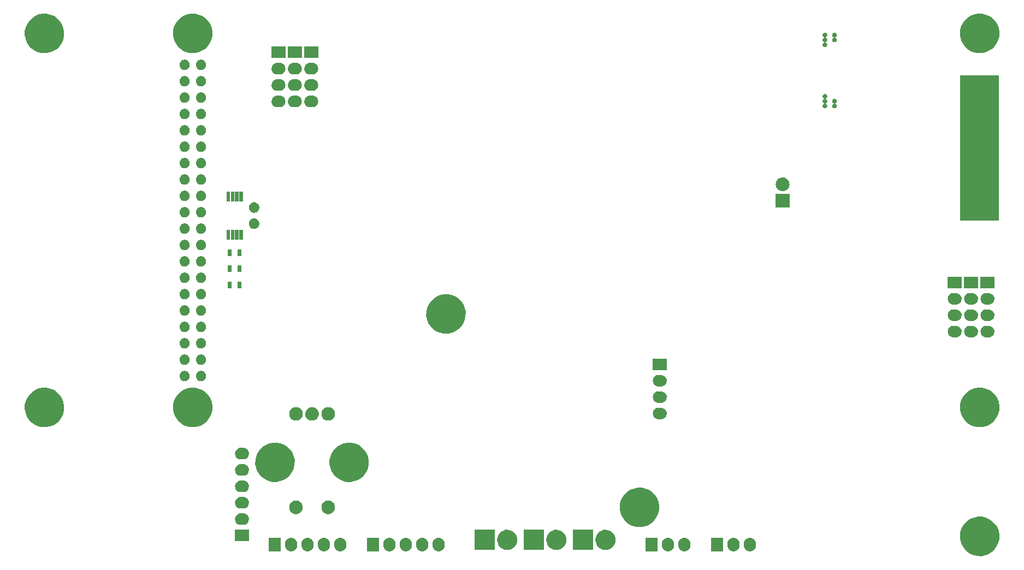
<source format=gbs>
G04 #@! TF.FileFunction,Soldermask,Bot*
%FSLAX46Y46*%
G04 Gerber Fmt 4.6, Leading zero omitted, Abs format (unit mm)*
G04 Created by KiCad (PCBNEW 4.0.2-stable) date Friday, August 05, 2016 'AMt' 09:33:31 AM*
%MOMM*%
G01*
G04 APERTURE LIST*
%ADD10C,0.100000*%
G04 APERTURE END LIST*
D10*
G36*
X148820457Y6548970D02*
X149406573Y6428658D01*
X149958152Y6196795D01*
X150454195Y5862210D01*
X150875796Y5437655D01*
X151206909Y4939290D01*
X151434916Y4386104D01*
X151551080Y3799430D01*
X151551080Y3799419D01*
X151551130Y3799166D01*
X151541588Y3115758D01*
X151541530Y3115503D01*
X151541530Y3115493D01*
X151409031Y2532297D01*
X151165666Y1985690D01*
X150820769Y1496766D01*
X150387474Y1084145D01*
X149882282Y763541D01*
X149324445Y547171D01*
X148735205Y443272D01*
X148136999Y455802D01*
X147552626Y584286D01*
X147004336Y823827D01*
X146513019Y1165301D01*
X146097382Y1595706D01*
X145773257Y2098648D01*
X145552999Y2654957D01*
X145444988Y3243467D01*
X145453341Y3841735D01*
X145577742Y4426995D01*
X145813452Y4976945D01*
X146151489Y5470636D01*
X146578981Y5889268D01*
X147079640Y6216890D01*
X147634409Y6441031D01*
X148222142Y6553147D01*
X148820457Y6548970D01*
X148820457Y6548970D01*
G37*
G36*
X113048868Y3283488D02*
X113048873Y3283486D01*
X113048906Y3283483D01*
X113219422Y3230699D01*
X113376438Y3145801D01*
X113513973Y3032021D01*
X113626790Y2893695D01*
X113710590Y2736090D01*
X113762182Y2565210D01*
X113779600Y2387563D01*
X113779600Y2072437D01*
X113779511Y2059667D01*
X113759614Y1882281D01*
X113705641Y1712138D01*
X113619649Y1555718D01*
X113504912Y1418980D01*
X113365801Y1307132D01*
X113207615Y1224435D01*
X113036379Y1174037D01*
X113036348Y1174034D01*
X113036344Y1174033D01*
X112858613Y1157858D01*
X112681132Y1176512D01*
X112681127Y1176514D01*
X112681094Y1176517D01*
X112510578Y1229301D01*
X112353562Y1314199D01*
X112216027Y1427979D01*
X112103210Y1566305D01*
X112019410Y1723910D01*
X111967818Y1894790D01*
X111950400Y2072437D01*
X111950400Y2387563D01*
X111950489Y2400333D01*
X111970386Y2577719D01*
X112024359Y2747862D01*
X112110351Y2904282D01*
X112225088Y3041020D01*
X112364199Y3152868D01*
X112522385Y3235565D01*
X112693621Y3285963D01*
X112693652Y3285966D01*
X112693656Y3285967D01*
X112871387Y3302142D01*
X113048868Y3283488D01*
X113048868Y3283488D01*
G37*
G36*
X110508868Y3283488D02*
X110508873Y3283486D01*
X110508906Y3283483D01*
X110679422Y3230699D01*
X110836438Y3145801D01*
X110973973Y3032021D01*
X111086790Y2893695D01*
X111170590Y2736090D01*
X111222182Y2565210D01*
X111239600Y2387563D01*
X111239600Y2072437D01*
X111239511Y2059667D01*
X111219614Y1882281D01*
X111165641Y1712138D01*
X111079649Y1555718D01*
X110964912Y1418980D01*
X110825801Y1307132D01*
X110667615Y1224435D01*
X110496379Y1174037D01*
X110496348Y1174034D01*
X110496344Y1174033D01*
X110318613Y1157858D01*
X110141132Y1176512D01*
X110141127Y1176514D01*
X110141094Y1176517D01*
X109970578Y1229301D01*
X109813562Y1314199D01*
X109676027Y1427979D01*
X109563210Y1566305D01*
X109479410Y1723910D01*
X109427818Y1894790D01*
X109410400Y2072437D01*
X109410400Y2387563D01*
X109410489Y2400333D01*
X109430386Y2577719D01*
X109484359Y2747862D01*
X109570351Y2904282D01*
X109685088Y3041020D01*
X109824199Y3152868D01*
X109982385Y3235565D01*
X110153621Y3285963D01*
X110153652Y3285966D01*
X110153656Y3285967D01*
X110331387Y3302142D01*
X110508868Y3283488D01*
X110508868Y3283488D01*
G37*
G36*
X102888868Y3283488D02*
X102888873Y3283486D01*
X102888906Y3283483D01*
X103059422Y3230699D01*
X103216438Y3145801D01*
X103353973Y3032021D01*
X103466790Y2893695D01*
X103550590Y2736090D01*
X103602182Y2565210D01*
X103619600Y2387563D01*
X103619600Y2072437D01*
X103619511Y2059667D01*
X103599614Y1882281D01*
X103545641Y1712138D01*
X103459649Y1555718D01*
X103344912Y1418980D01*
X103205801Y1307132D01*
X103047615Y1224435D01*
X102876379Y1174037D01*
X102876348Y1174034D01*
X102876344Y1174033D01*
X102698613Y1157858D01*
X102521132Y1176512D01*
X102521127Y1176514D01*
X102521094Y1176517D01*
X102350578Y1229301D01*
X102193562Y1314199D01*
X102056027Y1427979D01*
X101943210Y1566305D01*
X101859410Y1723910D01*
X101807818Y1894790D01*
X101790400Y2072437D01*
X101790400Y2387563D01*
X101790489Y2400333D01*
X101810386Y2577719D01*
X101864359Y2747862D01*
X101950351Y2904282D01*
X102065088Y3041020D01*
X102204199Y3152868D01*
X102362385Y3235565D01*
X102533621Y3285963D01*
X102533652Y3285966D01*
X102533656Y3285967D01*
X102711387Y3302142D01*
X102888868Y3283488D01*
X102888868Y3283488D01*
G37*
G36*
X100348868Y3283488D02*
X100348873Y3283486D01*
X100348906Y3283483D01*
X100519422Y3230699D01*
X100676438Y3145801D01*
X100813973Y3032021D01*
X100926790Y2893695D01*
X101010590Y2736090D01*
X101062182Y2565210D01*
X101079600Y2387563D01*
X101079600Y2072437D01*
X101079511Y2059667D01*
X101059614Y1882281D01*
X101005641Y1712138D01*
X100919649Y1555718D01*
X100804912Y1418980D01*
X100665801Y1307132D01*
X100507615Y1224435D01*
X100336379Y1174037D01*
X100336348Y1174034D01*
X100336344Y1174033D01*
X100158613Y1157858D01*
X99981132Y1176512D01*
X99981127Y1176514D01*
X99981094Y1176517D01*
X99810578Y1229301D01*
X99653562Y1314199D01*
X99516027Y1427979D01*
X99403210Y1566305D01*
X99319410Y1723910D01*
X99267818Y1894790D01*
X99250400Y2072437D01*
X99250400Y2387563D01*
X99250489Y2400333D01*
X99270386Y2577719D01*
X99324359Y2747862D01*
X99410351Y2904282D01*
X99525088Y3041020D01*
X99664199Y3152868D01*
X99822385Y3235565D01*
X99993621Y3285963D01*
X99993652Y3285966D01*
X99993656Y3285967D01*
X100171387Y3302142D01*
X100348868Y3283488D01*
X100348868Y3283488D01*
G37*
G36*
X64788868Y3283488D02*
X64788873Y3283486D01*
X64788906Y3283483D01*
X64959422Y3230699D01*
X65116438Y3145801D01*
X65253973Y3032021D01*
X65366790Y2893695D01*
X65450590Y2736090D01*
X65502182Y2565210D01*
X65519600Y2387563D01*
X65519600Y2072437D01*
X65519511Y2059667D01*
X65499614Y1882281D01*
X65445641Y1712138D01*
X65359649Y1555718D01*
X65244912Y1418980D01*
X65105801Y1307132D01*
X64947615Y1224435D01*
X64776379Y1174037D01*
X64776348Y1174034D01*
X64776344Y1174033D01*
X64598613Y1157858D01*
X64421132Y1176512D01*
X64421127Y1176514D01*
X64421094Y1176517D01*
X64250578Y1229301D01*
X64093562Y1314199D01*
X63956027Y1427979D01*
X63843210Y1566305D01*
X63759410Y1723910D01*
X63707818Y1894790D01*
X63690400Y2072437D01*
X63690400Y2387563D01*
X63690489Y2400333D01*
X63710386Y2577719D01*
X63764359Y2747862D01*
X63850351Y2904282D01*
X63965088Y3041020D01*
X64104199Y3152868D01*
X64262385Y3235565D01*
X64433621Y3285963D01*
X64433652Y3285966D01*
X64433656Y3285967D01*
X64611387Y3302142D01*
X64788868Y3283488D01*
X64788868Y3283488D01*
G37*
G36*
X62248868Y3283488D02*
X62248873Y3283486D01*
X62248906Y3283483D01*
X62419422Y3230699D01*
X62576438Y3145801D01*
X62713973Y3032021D01*
X62826790Y2893695D01*
X62910590Y2736090D01*
X62962182Y2565210D01*
X62979600Y2387563D01*
X62979600Y2072437D01*
X62979511Y2059667D01*
X62959614Y1882281D01*
X62905641Y1712138D01*
X62819649Y1555718D01*
X62704912Y1418980D01*
X62565801Y1307132D01*
X62407615Y1224435D01*
X62236379Y1174037D01*
X62236348Y1174034D01*
X62236344Y1174033D01*
X62058613Y1157858D01*
X61881132Y1176512D01*
X61881127Y1176514D01*
X61881094Y1176517D01*
X61710578Y1229301D01*
X61553562Y1314199D01*
X61416027Y1427979D01*
X61303210Y1566305D01*
X61219410Y1723910D01*
X61167818Y1894790D01*
X61150400Y2072437D01*
X61150400Y2387563D01*
X61150489Y2400333D01*
X61170386Y2577719D01*
X61224359Y2747862D01*
X61310351Y2904282D01*
X61425088Y3041020D01*
X61564199Y3152868D01*
X61722385Y3235565D01*
X61893621Y3285963D01*
X61893652Y3285966D01*
X61893656Y3285967D01*
X62071387Y3302142D01*
X62248868Y3283488D01*
X62248868Y3283488D01*
G37*
G36*
X59708868Y3283488D02*
X59708873Y3283486D01*
X59708906Y3283483D01*
X59879422Y3230699D01*
X60036438Y3145801D01*
X60173973Y3032021D01*
X60286790Y2893695D01*
X60370590Y2736090D01*
X60422182Y2565210D01*
X60439600Y2387563D01*
X60439600Y2072437D01*
X60439511Y2059667D01*
X60419614Y1882281D01*
X60365641Y1712138D01*
X60279649Y1555718D01*
X60164912Y1418980D01*
X60025801Y1307132D01*
X59867615Y1224435D01*
X59696379Y1174037D01*
X59696348Y1174034D01*
X59696344Y1174033D01*
X59518613Y1157858D01*
X59341132Y1176512D01*
X59341127Y1176514D01*
X59341094Y1176517D01*
X59170578Y1229301D01*
X59013562Y1314199D01*
X58876027Y1427979D01*
X58763210Y1566305D01*
X58679410Y1723910D01*
X58627818Y1894790D01*
X58610400Y2072437D01*
X58610400Y2387563D01*
X58610489Y2400333D01*
X58630386Y2577719D01*
X58684359Y2747862D01*
X58770351Y2904282D01*
X58885088Y3041020D01*
X59024199Y3152868D01*
X59182385Y3235565D01*
X59353621Y3285963D01*
X59353652Y3285966D01*
X59353656Y3285967D01*
X59531387Y3302142D01*
X59708868Y3283488D01*
X59708868Y3283488D01*
G37*
G36*
X57168868Y3283488D02*
X57168873Y3283486D01*
X57168906Y3283483D01*
X57339422Y3230699D01*
X57496438Y3145801D01*
X57633973Y3032021D01*
X57746790Y2893695D01*
X57830590Y2736090D01*
X57882182Y2565210D01*
X57899600Y2387563D01*
X57899600Y2072437D01*
X57899511Y2059667D01*
X57879614Y1882281D01*
X57825641Y1712138D01*
X57739649Y1555718D01*
X57624912Y1418980D01*
X57485801Y1307132D01*
X57327615Y1224435D01*
X57156379Y1174037D01*
X57156348Y1174034D01*
X57156344Y1174033D01*
X56978613Y1157858D01*
X56801132Y1176512D01*
X56801127Y1176514D01*
X56801094Y1176517D01*
X56630578Y1229301D01*
X56473562Y1314199D01*
X56336027Y1427979D01*
X56223210Y1566305D01*
X56139410Y1723910D01*
X56087818Y1894790D01*
X56070400Y2072437D01*
X56070400Y2387563D01*
X56070489Y2400333D01*
X56090386Y2577719D01*
X56144359Y2747862D01*
X56230351Y2904282D01*
X56345088Y3041020D01*
X56484199Y3152868D01*
X56642385Y3235565D01*
X56813621Y3285963D01*
X56813652Y3285966D01*
X56813656Y3285967D01*
X56991387Y3302142D01*
X57168868Y3283488D01*
X57168868Y3283488D01*
G37*
G36*
X49548868Y3283488D02*
X49548873Y3283486D01*
X49548906Y3283483D01*
X49719422Y3230699D01*
X49876438Y3145801D01*
X50013973Y3032021D01*
X50126790Y2893695D01*
X50210590Y2736090D01*
X50262182Y2565210D01*
X50279600Y2387563D01*
X50279600Y2072437D01*
X50279511Y2059667D01*
X50259614Y1882281D01*
X50205641Y1712138D01*
X50119649Y1555718D01*
X50004912Y1418980D01*
X49865801Y1307132D01*
X49707615Y1224435D01*
X49536379Y1174037D01*
X49536348Y1174034D01*
X49536344Y1174033D01*
X49358613Y1157858D01*
X49181132Y1176512D01*
X49181127Y1176514D01*
X49181094Y1176517D01*
X49010578Y1229301D01*
X48853562Y1314199D01*
X48716027Y1427979D01*
X48603210Y1566305D01*
X48519410Y1723910D01*
X48467818Y1894790D01*
X48450400Y2072437D01*
X48450400Y2387563D01*
X48450489Y2400333D01*
X48470386Y2577719D01*
X48524359Y2747862D01*
X48610351Y2904282D01*
X48725088Y3041020D01*
X48864199Y3152868D01*
X49022385Y3235565D01*
X49193621Y3285963D01*
X49193652Y3285966D01*
X49193656Y3285967D01*
X49371387Y3302142D01*
X49548868Y3283488D01*
X49548868Y3283488D01*
G37*
G36*
X47008868Y3283488D02*
X47008873Y3283486D01*
X47008906Y3283483D01*
X47179422Y3230699D01*
X47336438Y3145801D01*
X47473973Y3032021D01*
X47586790Y2893695D01*
X47670590Y2736090D01*
X47722182Y2565210D01*
X47739600Y2387563D01*
X47739600Y2072437D01*
X47739511Y2059667D01*
X47719614Y1882281D01*
X47665641Y1712138D01*
X47579649Y1555718D01*
X47464912Y1418980D01*
X47325801Y1307132D01*
X47167615Y1224435D01*
X46996379Y1174037D01*
X46996348Y1174034D01*
X46996344Y1174033D01*
X46818613Y1157858D01*
X46641132Y1176512D01*
X46641127Y1176514D01*
X46641094Y1176517D01*
X46470578Y1229301D01*
X46313562Y1314199D01*
X46176027Y1427979D01*
X46063210Y1566305D01*
X45979410Y1723910D01*
X45927818Y1894790D01*
X45910400Y2072437D01*
X45910400Y2387563D01*
X45910489Y2400333D01*
X45930386Y2577719D01*
X45984359Y2747862D01*
X46070351Y2904282D01*
X46185088Y3041020D01*
X46324199Y3152868D01*
X46482385Y3235565D01*
X46653621Y3285963D01*
X46653652Y3285966D01*
X46653656Y3285967D01*
X46831387Y3302142D01*
X47008868Y3283488D01*
X47008868Y3283488D01*
G37*
G36*
X44468868Y3283488D02*
X44468873Y3283486D01*
X44468906Y3283483D01*
X44639422Y3230699D01*
X44796438Y3145801D01*
X44933973Y3032021D01*
X45046790Y2893695D01*
X45130590Y2736090D01*
X45182182Y2565210D01*
X45199600Y2387563D01*
X45199600Y2072437D01*
X45199511Y2059667D01*
X45179614Y1882281D01*
X45125641Y1712138D01*
X45039649Y1555718D01*
X44924912Y1418980D01*
X44785801Y1307132D01*
X44627615Y1224435D01*
X44456379Y1174037D01*
X44456348Y1174034D01*
X44456344Y1174033D01*
X44278613Y1157858D01*
X44101132Y1176512D01*
X44101127Y1176514D01*
X44101094Y1176517D01*
X43930578Y1229301D01*
X43773562Y1314199D01*
X43636027Y1427979D01*
X43523210Y1566305D01*
X43439410Y1723910D01*
X43387818Y1894790D01*
X43370400Y2072437D01*
X43370400Y2387563D01*
X43370489Y2400333D01*
X43390386Y2577719D01*
X43444359Y2747862D01*
X43530351Y2904282D01*
X43645088Y3041020D01*
X43784199Y3152868D01*
X43942385Y3235565D01*
X44113621Y3285963D01*
X44113652Y3285966D01*
X44113656Y3285967D01*
X44291387Y3302142D01*
X44468868Y3283488D01*
X44468868Y3283488D01*
G37*
G36*
X41928868Y3283488D02*
X41928873Y3283486D01*
X41928906Y3283483D01*
X42099422Y3230699D01*
X42256438Y3145801D01*
X42393973Y3032021D01*
X42506790Y2893695D01*
X42590590Y2736090D01*
X42642182Y2565210D01*
X42659600Y2387563D01*
X42659600Y2072437D01*
X42659511Y2059667D01*
X42639614Y1882281D01*
X42585641Y1712138D01*
X42499649Y1555718D01*
X42384912Y1418980D01*
X42245801Y1307132D01*
X42087615Y1224435D01*
X41916379Y1174037D01*
X41916348Y1174034D01*
X41916344Y1174033D01*
X41738613Y1157858D01*
X41561132Y1176512D01*
X41561127Y1176514D01*
X41561094Y1176517D01*
X41390578Y1229301D01*
X41233562Y1314199D01*
X41096027Y1427979D01*
X40983210Y1566305D01*
X40899410Y1723910D01*
X40847818Y1894790D01*
X40830400Y2072437D01*
X40830400Y2387563D01*
X40830489Y2400333D01*
X40850386Y2577719D01*
X40904359Y2747862D01*
X40990351Y2904282D01*
X41105088Y3041020D01*
X41244199Y3152868D01*
X41402385Y3235565D01*
X41573621Y3285963D01*
X41573652Y3285966D01*
X41573656Y3285967D01*
X41751387Y3302142D01*
X41928868Y3283488D01*
X41928868Y3283488D01*
G37*
G36*
X40119600Y1163000D02*
X38290400Y1163000D01*
X38290400Y3297000D01*
X40119600Y3297000D01*
X40119600Y1163000D01*
X40119600Y1163000D01*
G37*
G36*
X55359600Y1163000D02*
X53530400Y1163000D01*
X53530400Y3297000D01*
X55359600Y3297000D01*
X55359600Y1163000D01*
X55359600Y1163000D01*
G37*
G36*
X98539600Y1163000D02*
X96710400Y1163000D01*
X96710400Y3297000D01*
X98539600Y3297000D01*
X98539600Y1163000D01*
X98539600Y1163000D01*
G37*
G36*
X108699600Y1163000D02*
X106870400Y1163000D01*
X106870400Y3297000D01*
X108699600Y3297000D01*
X108699600Y1163000D01*
X108699600Y1163000D01*
G37*
G36*
X75556834Y4506832D02*
X75556844Y4506829D01*
X75556872Y4506826D01*
X75846037Y4417315D01*
X76112308Y4273342D01*
X76345544Y4080393D01*
X76536861Y3845815D01*
X76678971Y3578545D01*
X76766461Y3288762D01*
X76796000Y2987505D01*
X76796000Y2972495D01*
X76795849Y2950840D01*
X76762107Y2650024D01*
X76670579Y2361491D01*
X76524751Y2096231D01*
X76330178Y1864348D01*
X76094271Y1674674D01*
X75826015Y1534433D01*
X75535628Y1448967D01*
X75535598Y1448964D01*
X75535594Y1448963D01*
X75234170Y1421532D01*
X74933166Y1453168D01*
X74933156Y1453171D01*
X74933128Y1453174D01*
X74643963Y1542685D01*
X74377692Y1686658D01*
X74144456Y1879607D01*
X73953139Y2114185D01*
X73811029Y2381455D01*
X73723539Y2671238D01*
X73694000Y2972495D01*
X73694000Y2987505D01*
X73694151Y3009160D01*
X73727893Y3309976D01*
X73819421Y3598509D01*
X73965249Y3863769D01*
X74159822Y4095652D01*
X74395729Y4285326D01*
X74663985Y4425567D01*
X74954372Y4511033D01*
X74954402Y4511036D01*
X74954406Y4511037D01*
X75255830Y4538468D01*
X75556834Y4506832D01*
X75556834Y4506832D01*
G37*
G36*
X83176834Y4506832D02*
X83176844Y4506829D01*
X83176872Y4506826D01*
X83466037Y4417315D01*
X83732308Y4273342D01*
X83965544Y4080393D01*
X84156861Y3845815D01*
X84298971Y3578545D01*
X84386461Y3288762D01*
X84416000Y2987505D01*
X84416000Y2972495D01*
X84415849Y2950840D01*
X84382107Y2650024D01*
X84290579Y2361491D01*
X84144751Y2096231D01*
X83950178Y1864348D01*
X83714271Y1674674D01*
X83446015Y1534433D01*
X83155628Y1448967D01*
X83155598Y1448964D01*
X83155594Y1448963D01*
X82854170Y1421532D01*
X82553166Y1453168D01*
X82553156Y1453171D01*
X82553128Y1453174D01*
X82263963Y1542685D01*
X81997692Y1686658D01*
X81764456Y1879607D01*
X81573139Y2114185D01*
X81431029Y2381455D01*
X81343539Y2671238D01*
X81314000Y2972495D01*
X81314000Y2987505D01*
X81314151Y3009160D01*
X81347893Y3309976D01*
X81439421Y3598509D01*
X81585249Y3863769D01*
X81779822Y4095652D01*
X82015729Y4285326D01*
X82283985Y4425567D01*
X82574372Y4511033D01*
X82574402Y4511036D01*
X82574406Y4511037D01*
X82875830Y4538468D01*
X83176834Y4506832D01*
X83176834Y4506832D01*
G37*
G36*
X90796834Y4506832D02*
X90796844Y4506829D01*
X90796872Y4506826D01*
X91086037Y4417315D01*
X91352308Y4273342D01*
X91585544Y4080393D01*
X91776861Y3845815D01*
X91918971Y3578545D01*
X92006461Y3288762D01*
X92036000Y2987505D01*
X92036000Y2972495D01*
X92035849Y2950840D01*
X92002107Y2650024D01*
X91910579Y2361491D01*
X91764751Y2096231D01*
X91570178Y1864348D01*
X91334271Y1674674D01*
X91066015Y1534433D01*
X90775628Y1448967D01*
X90775598Y1448964D01*
X90775594Y1448963D01*
X90474170Y1421532D01*
X90173166Y1453168D01*
X90173156Y1453171D01*
X90173128Y1453174D01*
X89883963Y1542685D01*
X89617692Y1686658D01*
X89384456Y1879607D01*
X89193139Y2114185D01*
X89051029Y2381455D01*
X88963539Y2671238D01*
X88934000Y2972495D01*
X88934000Y2987505D01*
X88934151Y3009160D01*
X88967893Y3309976D01*
X89059421Y3598509D01*
X89205249Y3863769D01*
X89399822Y4095652D01*
X89635729Y4285326D01*
X89903985Y4425567D01*
X90194372Y4511033D01*
X90194402Y4511036D01*
X90194406Y4511037D01*
X90495830Y4538468D01*
X90796834Y4506832D01*
X90796834Y4506832D01*
G37*
G36*
X80916000Y1429000D02*
X77814000Y1429000D01*
X77814000Y4531000D01*
X80916000Y4531000D01*
X80916000Y1429000D01*
X80916000Y1429000D01*
G37*
G36*
X88536000Y1429000D02*
X85434000Y1429000D01*
X85434000Y4531000D01*
X88536000Y4531000D01*
X88536000Y1429000D01*
X88536000Y1429000D01*
G37*
G36*
X73296000Y1429000D02*
X70194000Y1429000D01*
X70194000Y4531000D01*
X73296000Y4531000D01*
X73296000Y1429000D01*
X73296000Y1429000D01*
G37*
G36*
X35192000Y2735400D02*
X33058000Y2735400D01*
X33058000Y4564600D01*
X35192000Y4564600D01*
X35192000Y2735400D01*
X35192000Y2735400D01*
G37*
G36*
X96070457Y11048970D02*
X96656573Y10928658D01*
X97208152Y10696795D01*
X97704195Y10362210D01*
X98125796Y9937655D01*
X98456909Y9439290D01*
X98684916Y8886104D01*
X98801080Y8299430D01*
X98801080Y8299419D01*
X98801130Y8299166D01*
X98791588Y7615758D01*
X98791530Y7615503D01*
X98791530Y7615493D01*
X98659031Y7032297D01*
X98415666Y6485690D01*
X98070769Y5996766D01*
X97637474Y5584145D01*
X97132282Y5263541D01*
X96574445Y5047171D01*
X95985205Y4943272D01*
X95386999Y4955802D01*
X94802626Y5084286D01*
X94254336Y5323827D01*
X93763019Y5665301D01*
X93347382Y6095706D01*
X93023257Y6598648D01*
X92802999Y7154957D01*
X92694988Y7743467D01*
X92703341Y8341735D01*
X92827742Y8926995D01*
X93063452Y9476945D01*
X93401489Y9970636D01*
X93828981Y10389268D01*
X94329640Y10716890D01*
X94884409Y10941031D01*
X95472142Y11053147D01*
X96070457Y11048970D01*
X96070457Y11048970D01*
G37*
G36*
X34293769Y7104522D02*
X34293770Y7104522D01*
X34295333Y7104511D01*
X34472719Y7084614D01*
X34642862Y7030641D01*
X34799282Y6944649D01*
X34936020Y6829912D01*
X35047868Y6690801D01*
X35130565Y6532615D01*
X35180963Y6361379D01*
X35180966Y6361348D01*
X35180967Y6361344D01*
X35197142Y6183613D01*
X35178488Y6006132D01*
X35178486Y6006127D01*
X35178483Y6006094D01*
X35125699Y5835578D01*
X35040801Y5678562D01*
X34927021Y5541027D01*
X34788695Y5428210D01*
X34631090Y5344410D01*
X34460210Y5292818D01*
X34282563Y5275400D01*
X33967377Y5275400D01*
X33956231Y5275478D01*
X33956230Y5275478D01*
X33954667Y5275489D01*
X33777281Y5295386D01*
X33607138Y5349359D01*
X33450718Y5435351D01*
X33313980Y5550088D01*
X33202132Y5689199D01*
X33119435Y5847385D01*
X33069037Y6018621D01*
X33069034Y6018652D01*
X33069033Y6018656D01*
X33052858Y6196387D01*
X33071512Y6373868D01*
X33071514Y6373873D01*
X33071517Y6373906D01*
X33124301Y6544422D01*
X33209199Y6701438D01*
X33322979Y6838973D01*
X33461305Y6951790D01*
X33618910Y7035590D01*
X33789790Y7087182D01*
X33967437Y7104600D01*
X34282623Y7104600D01*
X34293769Y7104522D01*
X34293769Y7104522D01*
G37*
G36*
X42610389Y9050302D02*
X42812295Y9008857D01*
X43002301Y8928986D01*
X43173178Y8813727D01*
X43318407Y8667481D01*
X43432470Y8495802D01*
X43511013Y8305244D01*
X43550994Y8103320D01*
X43550994Y8103314D01*
X43551045Y8103056D01*
X43547757Y7867637D01*
X43547700Y7867387D01*
X43547700Y7867373D01*
X43502097Y7666649D01*
X43418262Y7478353D01*
X43299453Y7309930D01*
X43150193Y7167792D01*
X42976163Y7057349D01*
X42784005Y6982817D01*
X42581025Y6947026D01*
X42374953Y6951342D01*
X42173650Y6995602D01*
X41984776Y7078118D01*
X41815530Y7195747D01*
X41672352Y7344013D01*
X41560697Y7517267D01*
X41484825Y7708899D01*
X41447617Y7911633D01*
X41450494Y8117718D01*
X41493348Y8319329D01*
X41574545Y8508775D01*
X41690991Y8678841D01*
X41838253Y8823050D01*
X42010715Y8935907D01*
X42201824Y9013120D01*
X42404284Y9051741D01*
X42610389Y9050302D01*
X42610389Y9050302D01*
G37*
G36*
X47610389Y9050302D02*
X47812295Y9008857D01*
X48002301Y8928986D01*
X48173178Y8813727D01*
X48318407Y8667481D01*
X48432470Y8495802D01*
X48511013Y8305244D01*
X48550994Y8103320D01*
X48550994Y8103314D01*
X48551045Y8103056D01*
X48547757Y7867637D01*
X48547700Y7867387D01*
X48547700Y7867373D01*
X48502097Y7666649D01*
X48418262Y7478353D01*
X48299453Y7309930D01*
X48150193Y7167792D01*
X47976163Y7057349D01*
X47784005Y6982817D01*
X47581025Y6947026D01*
X47374953Y6951342D01*
X47173650Y6995602D01*
X46984776Y7078118D01*
X46815530Y7195747D01*
X46672352Y7344013D01*
X46560697Y7517267D01*
X46484825Y7708899D01*
X46447617Y7911633D01*
X46450494Y8117718D01*
X46493348Y8319329D01*
X46574545Y8508775D01*
X46690991Y8678841D01*
X46838253Y8823050D01*
X47010715Y8935907D01*
X47201824Y9013120D01*
X47404284Y9051741D01*
X47610389Y9050302D01*
X47610389Y9050302D01*
G37*
G36*
X34293769Y9644522D02*
X34293770Y9644522D01*
X34295333Y9644511D01*
X34472719Y9624614D01*
X34642862Y9570641D01*
X34799282Y9484649D01*
X34936020Y9369912D01*
X35047868Y9230801D01*
X35130565Y9072615D01*
X35180963Y8901379D01*
X35180966Y8901348D01*
X35180967Y8901344D01*
X35197142Y8723613D01*
X35178488Y8546132D01*
X35178486Y8546127D01*
X35178483Y8546094D01*
X35125699Y8375578D01*
X35040801Y8218562D01*
X34927021Y8081027D01*
X34788695Y7968210D01*
X34631090Y7884410D01*
X34460210Y7832818D01*
X34282563Y7815400D01*
X33967377Y7815400D01*
X33956231Y7815478D01*
X33956230Y7815478D01*
X33954667Y7815489D01*
X33777281Y7835386D01*
X33607138Y7889359D01*
X33450718Y7975351D01*
X33313980Y8090088D01*
X33202132Y8229199D01*
X33119435Y8387385D01*
X33069037Y8558621D01*
X33069034Y8558652D01*
X33069033Y8558656D01*
X33052858Y8736387D01*
X33071512Y8913868D01*
X33071514Y8913873D01*
X33071517Y8913906D01*
X33124301Y9084422D01*
X33209199Y9241438D01*
X33322979Y9378973D01*
X33461305Y9491790D01*
X33618910Y9575590D01*
X33789790Y9627182D01*
X33967437Y9644600D01*
X34282623Y9644600D01*
X34293769Y9644522D01*
X34293769Y9644522D01*
G37*
G36*
X34293769Y12184522D02*
X34293770Y12184522D01*
X34295333Y12184511D01*
X34472719Y12164614D01*
X34642862Y12110641D01*
X34799282Y12024649D01*
X34936020Y11909912D01*
X35047868Y11770801D01*
X35130565Y11612615D01*
X35180963Y11441379D01*
X35180966Y11441348D01*
X35180967Y11441344D01*
X35197142Y11263613D01*
X35178488Y11086132D01*
X35178486Y11086127D01*
X35178483Y11086094D01*
X35125699Y10915578D01*
X35040801Y10758562D01*
X34927021Y10621027D01*
X34788695Y10508210D01*
X34631090Y10424410D01*
X34460210Y10372818D01*
X34282563Y10355400D01*
X33967377Y10355400D01*
X33956231Y10355478D01*
X33956230Y10355478D01*
X33954667Y10355489D01*
X33777281Y10375386D01*
X33607138Y10429359D01*
X33450718Y10515351D01*
X33313980Y10630088D01*
X33202132Y10769199D01*
X33119435Y10927385D01*
X33069037Y11098621D01*
X33069034Y11098652D01*
X33069033Y11098656D01*
X33052858Y11276387D01*
X33071512Y11453868D01*
X33071514Y11453873D01*
X33071517Y11453906D01*
X33124301Y11624422D01*
X33209199Y11781438D01*
X33322979Y11918973D01*
X33461305Y12031790D01*
X33618910Y12115590D01*
X33789790Y12167182D01*
X33967437Y12184600D01*
X34282623Y12184600D01*
X34293769Y12184522D01*
X34293769Y12184522D01*
G37*
G36*
X39570457Y18048970D02*
X40156573Y17928658D01*
X40708152Y17696795D01*
X41204195Y17362210D01*
X41625796Y16937655D01*
X41956909Y16439290D01*
X42184916Y15886104D01*
X42301080Y15299430D01*
X42301080Y15299419D01*
X42301130Y15299166D01*
X42291588Y14615758D01*
X42291530Y14615503D01*
X42291530Y14615493D01*
X42159031Y14032297D01*
X41915666Y13485690D01*
X41570769Y12996766D01*
X41137474Y12584145D01*
X40632282Y12263541D01*
X40074445Y12047171D01*
X39485205Y11943272D01*
X38886999Y11955802D01*
X38302626Y12084286D01*
X37754336Y12323827D01*
X37263019Y12665301D01*
X36847382Y13095706D01*
X36523257Y13598648D01*
X36302999Y14154957D01*
X36194988Y14743467D01*
X36203341Y15341735D01*
X36327742Y15926995D01*
X36563452Y16476945D01*
X36901489Y16970636D01*
X37328981Y17389268D01*
X37829640Y17716890D01*
X38384409Y17941031D01*
X38972142Y18053147D01*
X39570457Y18048970D01*
X39570457Y18048970D01*
G37*
G36*
X51070457Y18048970D02*
X51656573Y17928658D01*
X52208152Y17696795D01*
X52704195Y17362210D01*
X53125796Y16937655D01*
X53456909Y16439290D01*
X53684916Y15886104D01*
X53801080Y15299430D01*
X53801080Y15299419D01*
X53801130Y15299166D01*
X53791588Y14615758D01*
X53791530Y14615503D01*
X53791530Y14615493D01*
X53659031Y14032297D01*
X53415666Y13485690D01*
X53070769Y12996766D01*
X52637474Y12584145D01*
X52132282Y12263541D01*
X51574445Y12047171D01*
X50985205Y11943272D01*
X50386999Y11955802D01*
X49802626Y12084286D01*
X49254336Y12323827D01*
X48763019Y12665301D01*
X48347382Y13095706D01*
X48023257Y13598648D01*
X47802999Y14154957D01*
X47694988Y14743467D01*
X47703341Y15341735D01*
X47827742Y15926995D01*
X48063452Y16476945D01*
X48401489Y16970636D01*
X48828981Y17389268D01*
X49329640Y17716890D01*
X49884409Y17941031D01*
X50472142Y18053147D01*
X51070457Y18048970D01*
X51070457Y18048970D01*
G37*
G36*
X34293769Y14724522D02*
X34293770Y14724522D01*
X34295333Y14724511D01*
X34472719Y14704614D01*
X34642862Y14650641D01*
X34799282Y14564649D01*
X34936020Y14449912D01*
X35047868Y14310801D01*
X35130565Y14152615D01*
X35180963Y13981379D01*
X35180966Y13981348D01*
X35180967Y13981344D01*
X35197142Y13803613D01*
X35178488Y13626132D01*
X35178486Y13626127D01*
X35178483Y13626094D01*
X35125699Y13455578D01*
X35040801Y13298562D01*
X34927021Y13161027D01*
X34788695Y13048210D01*
X34631090Y12964410D01*
X34460210Y12912818D01*
X34282563Y12895400D01*
X33967377Y12895400D01*
X33956231Y12895478D01*
X33956230Y12895478D01*
X33954667Y12895489D01*
X33777281Y12915386D01*
X33607138Y12969359D01*
X33450718Y13055351D01*
X33313980Y13170088D01*
X33202132Y13309199D01*
X33119435Y13467385D01*
X33069037Y13638621D01*
X33069034Y13638652D01*
X33069033Y13638656D01*
X33052858Y13816387D01*
X33071512Y13993868D01*
X33071514Y13993873D01*
X33071517Y13993906D01*
X33124301Y14164422D01*
X33209199Y14321438D01*
X33322979Y14458973D01*
X33461305Y14571790D01*
X33618910Y14655590D01*
X33789790Y14707182D01*
X33967437Y14724600D01*
X34282623Y14724600D01*
X34293769Y14724522D01*
X34293769Y14724522D01*
G37*
G36*
X34293769Y17264522D02*
X34293770Y17264522D01*
X34295333Y17264511D01*
X34472719Y17244614D01*
X34642862Y17190641D01*
X34799282Y17104649D01*
X34936020Y16989912D01*
X35047868Y16850801D01*
X35130565Y16692615D01*
X35180963Y16521379D01*
X35180966Y16521348D01*
X35180967Y16521344D01*
X35197142Y16343613D01*
X35178488Y16166132D01*
X35178486Y16166127D01*
X35178483Y16166094D01*
X35125699Y15995578D01*
X35040801Y15838562D01*
X34927021Y15701027D01*
X34788695Y15588210D01*
X34631090Y15504410D01*
X34460210Y15452818D01*
X34282563Y15435400D01*
X33967377Y15435400D01*
X33956231Y15435478D01*
X33956230Y15435478D01*
X33954667Y15435489D01*
X33777281Y15455386D01*
X33607138Y15509359D01*
X33450718Y15595351D01*
X33313980Y15710088D01*
X33202132Y15849199D01*
X33119435Y16007385D01*
X33069037Y16178621D01*
X33069034Y16178652D01*
X33069033Y16178656D01*
X33052858Y16356387D01*
X33071512Y16533868D01*
X33071514Y16533873D01*
X33071517Y16533906D01*
X33124301Y16704422D01*
X33209199Y16861438D01*
X33322979Y16998973D01*
X33461305Y17111790D01*
X33618910Y17195590D01*
X33789790Y17247182D01*
X33967437Y17264600D01*
X34282623Y17264600D01*
X34293769Y17264522D01*
X34293769Y17264522D01*
G37*
G36*
X3820457Y26548970D02*
X4406573Y26428658D01*
X4958152Y26196795D01*
X5454195Y25862210D01*
X5875796Y25437655D01*
X6206909Y24939290D01*
X6434916Y24386104D01*
X6551080Y23799430D01*
X6551080Y23799419D01*
X6551130Y23799166D01*
X6541588Y23115758D01*
X6541530Y23115503D01*
X6541530Y23115493D01*
X6409031Y22532297D01*
X6165666Y21985690D01*
X5820769Y21496766D01*
X5387474Y21084145D01*
X4882282Y20763541D01*
X4324445Y20547171D01*
X3735205Y20443272D01*
X3136999Y20455802D01*
X2552626Y20584286D01*
X2004336Y20823827D01*
X1513019Y21165301D01*
X1097382Y21595706D01*
X773257Y22098648D01*
X552999Y22654957D01*
X444988Y23243467D01*
X453341Y23841735D01*
X577742Y24426995D01*
X813452Y24976945D01*
X1151489Y25470636D01*
X1578981Y25889268D01*
X2079640Y26216890D01*
X2634409Y26441031D01*
X3222142Y26553147D01*
X3820457Y26548970D01*
X3820457Y26548970D01*
G37*
G36*
X26820457Y26548970D02*
X27406573Y26428658D01*
X27958152Y26196795D01*
X28454195Y25862210D01*
X28875796Y25437655D01*
X29206909Y24939290D01*
X29434916Y24386104D01*
X29551080Y23799430D01*
X29551080Y23799419D01*
X29551130Y23799166D01*
X29541588Y23115758D01*
X29541530Y23115503D01*
X29541530Y23115493D01*
X29409031Y22532297D01*
X29165666Y21985690D01*
X28820769Y21496766D01*
X28387474Y21084145D01*
X27882282Y20763541D01*
X27324445Y20547171D01*
X26735205Y20443272D01*
X26136999Y20455802D01*
X25552626Y20584286D01*
X25004336Y20823827D01*
X24513019Y21165301D01*
X24097382Y21595706D01*
X23773257Y22098648D01*
X23552999Y22654957D01*
X23444988Y23243467D01*
X23453341Y23841735D01*
X23577742Y24426995D01*
X23813452Y24976945D01*
X24151489Y25470636D01*
X24578981Y25889268D01*
X25079640Y26216890D01*
X25634409Y26441031D01*
X26222142Y26553147D01*
X26820457Y26548970D01*
X26820457Y26548970D01*
G37*
G36*
X148820457Y26548970D02*
X149406573Y26428658D01*
X149958152Y26196795D01*
X150454195Y25862210D01*
X150875796Y25437655D01*
X151206909Y24939290D01*
X151434916Y24386104D01*
X151551080Y23799430D01*
X151551080Y23799419D01*
X151551130Y23799166D01*
X151541588Y23115758D01*
X151541530Y23115503D01*
X151541530Y23115493D01*
X151409031Y22532297D01*
X151165666Y21985690D01*
X150820769Y21496766D01*
X150387474Y21084145D01*
X149882282Y20763541D01*
X149324445Y20547171D01*
X148735205Y20443272D01*
X148136999Y20455802D01*
X147552626Y20584286D01*
X147004336Y20823827D01*
X146513019Y21165301D01*
X146097382Y21595706D01*
X145773257Y22098648D01*
X145552999Y22654957D01*
X145444988Y23243467D01*
X145453341Y23841735D01*
X145577742Y24426995D01*
X145813452Y24976945D01*
X146151489Y25470636D01*
X146578981Y25889268D01*
X147079640Y26216890D01*
X147634409Y26441031D01*
X148222142Y26553147D01*
X148820457Y26548970D01*
X148820457Y26548970D01*
G37*
G36*
X47610389Y23550302D02*
X47812295Y23508857D01*
X48002301Y23428986D01*
X48173178Y23313727D01*
X48318407Y23167481D01*
X48432470Y22995802D01*
X48511013Y22805244D01*
X48550994Y22603320D01*
X48550994Y22603314D01*
X48551045Y22603056D01*
X48547757Y22367637D01*
X48547700Y22367387D01*
X48547700Y22367373D01*
X48502097Y22166649D01*
X48418262Y21978353D01*
X48299453Y21809930D01*
X48150193Y21667792D01*
X47976163Y21557349D01*
X47784005Y21482817D01*
X47581025Y21447026D01*
X47374953Y21451342D01*
X47173650Y21495602D01*
X46984776Y21578118D01*
X46815530Y21695747D01*
X46672352Y21844013D01*
X46560697Y22017267D01*
X46484825Y22208899D01*
X46447617Y22411633D01*
X46450494Y22617718D01*
X46493348Y22819329D01*
X46574545Y23008775D01*
X46690991Y23178841D01*
X46838253Y23323050D01*
X47010715Y23435907D01*
X47201824Y23513120D01*
X47404284Y23551741D01*
X47610389Y23550302D01*
X47610389Y23550302D01*
G37*
G36*
X45110389Y23550302D02*
X45312295Y23508857D01*
X45502301Y23428986D01*
X45673178Y23313727D01*
X45818407Y23167481D01*
X45932470Y22995802D01*
X46011013Y22805244D01*
X46050994Y22603320D01*
X46050994Y22603314D01*
X46051045Y22603056D01*
X46047757Y22367637D01*
X46047700Y22367387D01*
X46047700Y22367373D01*
X46002097Y22166649D01*
X45918262Y21978353D01*
X45799453Y21809930D01*
X45650193Y21667792D01*
X45476163Y21557349D01*
X45284005Y21482817D01*
X45081025Y21447026D01*
X44874953Y21451342D01*
X44673650Y21495602D01*
X44484776Y21578118D01*
X44315530Y21695747D01*
X44172352Y21844013D01*
X44060697Y22017267D01*
X43984825Y22208899D01*
X43947617Y22411633D01*
X43950494Y22617718D01*
X43993348Y22819329D01*
X44074545Y23008775D01*
X44190991Y23178841D01*
X44338253Y23323050D01*
X44510715Y23435907D01*
X44701824Y23513120D01*
X44904284Y23551741D01*
X45110389Y23550302D01*
X45110389Y23550302D01*
G37*
G36*
X42610389Y23550302D02*
X42812295Y23508857D01*
X43002301Y23428986D01*
X43173178Y23313727D01*
X43318407Y23167481D01*
X43432470Y22995802D01*
X43511013Y22805244D01*
X43550994Y22603320D01*
X43550994Y22603314D01*
X43551045Y22603056D01*
X43547757Y22367637D01*
X43547700Y22367387D01*
X43547700Y22367373D01*
X43502097Y22166649D01*
X43418262Y21978353D01*
X43299453Y21809930D01*
X43150193Y21667792D01*
X42976163Y21557349D01*
X42784005Y21482817D01*
X42581025Y21447026D01*
X42374953Y21451342D01*
X42173650Y21495602D01*
X41984776Y21578118D01*
X41815530Y21695747D01*
X41672352Y21844013D01*
X41560697Y22017267D01*
X41484825Y22208899D01*
X41447617Y22411633D01*
X41450494Y22617718D01*
X41493348Y22819329D01*
X41574545Y23008775D01*
X41690991Y23178841D01*
X41838253Y23323050D01*
X42010715Y23435907D01*
X42201824Y23513120D01*
X42404284Y23551741D01*
X42610389Y23550302D01*
X42610389Y23550302D01*
G37*
G36*
X99063769Y23464522D02*
X99063770Y23464522D01*
X99065333Y23464511D01*
X99242719Y23444614D01*
X99412862Y23390641D01*
X99569282Y23304649D01*
X99706020Y23189912D01*
X99817868Y23050801D01*
X99900565Y22892615D01*
X99950963Y22721379D01*
X99950966Y22721348D01*
X99950967Y22721344D01*
X99967142Y22543613D01*
X99948488Y22366132D01*
X99948486Y22366127D01*
X99948483Y22366094D01*
X99895699Y22195578D01*
X99810801Y22038562D01*
X99697021Y21901027D01*
X99558695Y21788210D01*
X99401090Y21704410D01*
X99230210Y21652818D01*
X99052563Y21635400D01*
X98737377Y21635400D01*
X98726231Y21635478D01*
X98726230Y21635478D01*
X98724667Y21635489D01*
X98547281Y21655386D01*
X98377138Y21709359D01*
X98220718Y21795351D01*
X98083980Y21910088D01*
X97972132Y22049199D01*
X97889435Y22207385D01*
X97839037Y22378621D01*
X97839034Y22378652D01*
X97839033Y22378656D01*
X97822858Y22556387D01*
X97841512Y22733868D01*
X97841514Y22733873D01*
X97841517Y22733906D01*
X97894301Y22904422D01*
X97979199Y23061438D01*
X98092979Y23198973D01*
X98231305Y23311790D01*
X98388910Y23395590D01*
X98559790Y23447182D01*
X98737437Y23464600D01*
X99052623Y23464600D01*
X99063769Y23464522D01*
X99063769Y23464522D01*
G37*
G36*
X99063769Y26004522D02*
X99063770Y26004522D01*
X99065333Y26004511D01*
X99242719Y25984614D01*
X99412862Y25930641D01*
X99569282Y25844649D01*
X99706020Y25729912D01*
X99817868Y25590801D01*
X99900565Y25432615D01*
X99950963Y25261379D01*
X99950966Y25261348D01*
X99950967Y25261344D01*
X99967142Y25083613D01*
X99948488Y24906132D01*
X99948486Y24906127D01*
X99948483Y24906094D01*
X99895699Y24735578D01*
X99810801Y24578562D01*
X99697021Y24441027D01*
X99558695Y24328210D01*
X99401090Y24244410D01*
X99230210Y24192818D01*
X99052563Y24175400D01*
X98737377Y24175400D01*
X98726231Y24175478D01*
X98726230Y24175478D01*
X98724667Y24175489D01*
X98547281Y24195386D01*
X98377138Y24249359D01*
X98220718Y24335351D01*
X98083980Y24450088D01*
X97972132Y24589199D01*
X97889435Y24747385D01*
X97839037Y24918621D01*
X97839034Y24918652D01*
X97839033Y24918656D01*
X97822858Y25096387D01*
X97841512Y25273868D01*
X97841514Y25273873D01*
X97841517Y25273906D01*
X97894301Y25444422D01*
X97979199Y25601438D01*
X98092979Y25738973D01*
X98231305Y25851790D01*
X98388910Y25935590D01*
X98559790Y25987182D01*
X98737437Y26004600D01*
X99052623Y26004600D01*
X99063769Y26004522D01*
X99063769Y26004522D01*
G37*
G36*
X99063769Y28544522D02*
X99063770Y28544522D01*
X99065333Y28544511D01*
X99242719Y28524614D01*
X99412862Y28470641D01*
X99569282Y28384649D01*
X99706020Y28269912D01*
X99817868Y28130801D01*
X99900565Y27972615D01*
X99950963Y27801379D01*
X99950966Y27801348D01*
X99950967Y27801344D01*
X99967142Y27623613D01*
X99948488Y27446132D01*
X99948486Y27446127D01*
X99948483Y27446094D01*
X99895699Y27275578D01*
X99810801Y27118562D01*
X99697021Y26981027D01*
X99558695Y26868210D01*
X99401090Y26784410D01*
X99230210Y26732818D01*
X99052563Y26715400D01*
X98737377Y26715400D01*
X98726231Y26715478D01*
X98726230Y26715478D01*
X98724667Y26715489D01*
X98547281Y26735386D01*
X98377138Y26789359D01*
X98220718Y26875351D01*
X98083980Y26990088D01*
X97972132Y27129199D01*
X97889435Y27287385D01*
X97839037Y27458621D01*
X97839034Y27458652D01*
X97839033Y27458656D01*
X97822858Y27636387D01*
X97841512Y27813868D01*
X97841514Y27813873D01*
X97841517Y27813906D01*
X97894301Y27984422D01*
X97979199Y28141438D01*
X98092979Y28278973D01*
X98231305Y28391790D01*
X98388910Y28475590D01*
X98559790Y28527182D01*
X98737437Y28544600D01*
X99052623Y28544600D01*
X99063769Y28544522D01*
X99063769Y28544522D01*
G37*
G36*
X25314131Y29170468D02*
X25468009Y29138882D01*
X25612820Y29078009D01*
X25743048Y28990169D01*
X25853735Y28878706D01*
X25940665Y28747866D01*
X26000524Y28602636D01*
X26030983Y28448806D01*
X26031035Y28448542D01*
X26028529Y28269122D01*
X26028470Y28268863D01*
X26028470Y28268857D01*
X25993729Y28115939D01*
X25929839Y27972440D01*
X25839288Y27844076D01*
X25725533Y27735748D01*
X25592899Y27651577D01*
X25446449Y27594773D01*
X25291751Y27567495D01*
X25134697Y27570785D01*
X24981278Y27604517D01*
X24837334Y27667404D01*
X24708343Y27757055D01*
X24599224Y27870051D01*
X24514127Y28002095D01*
X24456301Y28148147D01*
X24427945Y28302649D01*
X24430138Y28459716D01*
X24462799Y28613371D01*
X24524682Y28757754D01*
X24613429Y28887366D01*
X24725662Y28997273D01*
X24857100Y29083284D01*
X25002751Y29142131D01*
X25157052Y29171565D01*
X25314131Y29170468D01*
X25314131Y29170468D01*
G37*
G36*
X27854131Y29170468D02*
X28008009Y29138882D01*
X28152820Y29078009D01*
X28283048Y28990169D01*
X28393735Y28878706D01*
X28480665Y28747866D01*
X28540524Y28602636D01*
X28570983Y28448806D01*
X28571035Y28448542D01*
X28568529Y28269122D01*
X28568470Y28268863D01*
X28568470Y28268857D01*
X28533729Y28115939D01*
X28469839Y27972440D01*
X28379288Y27844076D01*
X28265533Y27735748D01*
X28132899Y27651577D01*
X27986449Y27594773D01*
X27831751Y27567495D01*
X27674697Y27570785D01*
X27521278Y27604517D01*
X27377334Y27667404D01*
X27248343Y27757055D01*
X27139224Y27870051D01*
X27054127Y28002095D01*
X26996301Y28148147D01*
X26967945Y28302649D01*
X26970138Y28459716D01*
X27002799Y28613371D01*
X27064682Y28757754D01*
X27153429Y28887366D01*
X27265662Y28997273D01*
X27397100Y29083284D01*
X27542751Y29142131D01*
X27697052Y29171565D01*
X27854131Y29170468D01*
X27854131Y29170468D01*
G37*
G36*
X99962000Y29255400D02*
X97828000Y29255400D01*
X97828000Y31084600D01*
X99962000Y31084600D01*
X99962000Y29255400D01*
X99962000Y29255400D01*
G37*
G36*
X27854131Y31710468D02*
X28008009Y31678882D01*
X28152820Y31618009D01*
X28283048Y31530169D01*
X28393735Y31418706D01*
X28480665Y31287866D01*
X28540524Y31142636D01*
X28570983Y30988806D01*
X28571035Y30988542D01*
X28568529Y30809122D01*
X28568470Y30808863D01*
X28568470Y30808857D01*
X28533729Y30655939D01*
X28469839Y30512440D01*
X28379288Y30384076D01*
X28265533Y30275748D01*
X28132899Y30191577D01*
X27986449Y30134773D01*
X27831751Y30107495D01*
X27674697Y30110785D01*
X27521278Y30144517D01*
X27377334Y30207404D01*
X27248343Y30297055D01*
X27139224Y30410051D01*
X27054127Y30542095D01*
X26996301Y30688147D01*
X26967945Y30842649D01*
X26970138Y30999716D01*
X27002799Y31153371D01*
X27064682Y31297754D01*
X27153429Y31427366D01*
X27265662Y31537273D01*
X27397100Y31623284D01*
X27542751Y31682131D01*
X27697052Y31711565D01*
X27854131Y31710468D01*
X27854131Y31710468D01*
G37*
G36*
X25314131Y31710468D02*
X25468009Y31678882D01*
X25612820Y31618009D01*
X25743048Y31530169D01*
X25853735Y31418706D01*
X25940665Y31287866D01*
X26000524Y31142636D01*
X26030983Y30988806D01*
X26031035Y30988542D01*
X26028529Y30809122D01*
X26028470Y30808863D01*
X26028470Y30808857D01*
X25993729Y30655939D01*
X25929839Y30512440D01*
X25839288Y30384076D01*
X25725533Y30275748D01*
X25592899Y30191577D01*
X25446449Y30134773D01*
X25291751Y30107495D01*
X25134697Y30110785D01*
X24981278Y30144517D01*
X24837334Y30207404D01*
X24708343Y30297055D01*
X24599224Y30410051D01*
X24514127Y30542095D01*
X24456301Y30688147D01*
X24427945Y30842649D01*
X24430138Y30999716D01*
X24462799Y31153371D01*
X24524682Y31297754D01*
X24613429Y31427366D01*
X24725662Y31537273D01*
X24857100Y31623284D01*
X25002751Y31682131D01*
X25157052Y31711565D01*
X25314131Y31710468D01*
X25314131Y31710468D01*
G37*
G36*
X27854131Y34250468D02*
X28008009Y34218882D01*
X28152820Y34158009D01*
X28283048Y34070169D01*
X28393735Y33958706D01*
X28480665Y33827866D01*
X28540524Y33682636D01*
X28570983Y33528806D01*
X28571035Y33528542D01*
X28568529Y33349122D01*
X28568470Y33348863D01*
X28568470Y33348857D01*
X28533729Y33195939D01*
X28469839Y33052440D01*
X28379288Y32924076D01*
X28265533Y32815748D01*
X28132899Y32731577D01*
X27986449Y32674773D01*
X27831751Y32647495D01*
X27674697Y32650785D01*
X27521278Y32684517D01*
X27377334Y32747404D01*
X27248343Y32837055D01*
X27139224Y32950051D01*
X27054127Y33082095D01*
X26996301Y33228147D01*
X26967945Y33382649D01*
X26970138Y33539716D01*
X27002799Y33693371D01*
X27064682Y33837754D01*
X27153429Y33967366D01*
X27265662Y34077273D01*
X27397100Y34163284D01*
X27542751Y34222131D01*
X27697052Y34251565D01*
X27854131Y34250468D01*
X27854131Y34250468D01*
G37*
G36*
X25314131Y34250468D02*
X25468009Y34218882D01*
X25612820Y34158009D01*
X25743048Y34070169D01*
X25853735Y33958706D01*
X25940665Y33827866D01*
X26000524Y33682636D01*
X26030983Y33528806D01*
X26031035Y33528542D01*
X26028529Y33349122D01*
X26028470Y33348863D01*
X26028470Y33348857D01*
X25993729Y33195939D01*
X25929839Y33052440D01*
X25839288Y32924076D01*
X25725533Y32815748D01*
X25592899Y32731577D01*
X25446449Y32674773D01*
X25291751Y32647495D01*
X25134697Y32650785D01*
X24981278Y32684517D01*
X24837334Y32747404D01*
X24708343Y32837055D01*
X24599224Y32950051D01*
X24514127Y33082095D01*
X24456301Y33228147D01*
X24427945Y33382649D01*
X24430138Y33539716D01*
X24462799Y33693371D01*
X24524682Y33837754D01*
X24613429Y33967366D01*
X24725662Y34077273D01*
X24857100Y34163284D01*
X25002751Y34222131D01*
X25157052Y34251565D01*
X25314131Y34250468D01*
X25314131Y34250468D01*
G37*
G36*
X144783769Y36164522D02*
X144783770Y36164522D01*
X144785333Y36164511D01*
X144962719Y36144614D01*
X145132862Y36090641D01*
X145289282Y36004649D01*
X145426020Y35889912D01*
X145537868Y35750801D01*
X145620565Y35592615D01*
X145670963Y35421379D01*
X145670966Y35421348D01*
X145670967Y35421344D01*
X145687142Y35243613D01*
X145668488Y35066132D01*
X145668486Y35066127D01*
X145668483Y35066094D01*
X145615699Y34895578D01*
X145530801Y34738562D01*
X145417021Y34601027D01*
X145278695Y34488210D01*
X145121090Y34404410D01*
X144950210Y34352818D01*
X144772563Y34335400D01*
X144457377Y34335400D01*
X144446231Y34335478D01*
X144446230Y34335478D01*
X144444667Y34335489D01*
X144267281Y34355386D01*
X144097138Y34409359D01*
X143940718Y34495351D01*
X143803980Y34610088D01*
X143692132Y34749199D01*
X143609435Y34907385D01*
X143559037Y35078621D01*
X143559034Y35078652D01*
X143559033Y35078656D01*
X143542858Y35256387D01*
X143561512Y35433868D01*
X143561514Y35433873D01*
X143561517Y35433906D01*
X143614301Y35604422D01*
X143699199Y35761438D01*
X143812979Y35898973D01*
X143951305Y36011790D01*
X144108910Y36095590D01*
X144279790Y36147182D01*
X144457437Y36164600D01*
X144772623Y36164600D01*
X144783769Y36164522D01*
X144783769Y36164522D01*
G37*
G36*
X147323769Y36164522D02*
X147323770Y36164522D01*
X147325333Y36164511D01*
X147502719Y36144614D01*
X147672862Y36090641D01*
X147829282Y36004649D01*
X147966020Y35889912D01*
X148077868Y35750801D01*
X148160565Y35592615D01*
X148210963Y35421379D01*
X148210966Y35421348D01*
X148210967Y35421344D01*
X148227142Y35243613D01*
X148208488Y35066132D01*
X148208486Y35066127D01*
X148208483Y35066094D01*
X148155699Y34895578D01*
X148070801Y34738562D01*
X147957021Y34601027D01*
X147818695Y34488210D01*
X147661090Y34404410D01*
X147490210Y34352818D01*
X147312563Y34335400D01*
X146997377Y34335400D01*
X146986231Y34335478D01*
X146986230Y34335478D01*
X146984667Y34335489D01*
X146807281Y34355386D01*
X146637138Y34409359D01*
X146480718Y34495351D01*
X146343980Y34610088D01*
X146232132Y34749199D01*
X146149435Y34907385D01*
X146099037Y35078621D01*
X146099034Y35078652D01*
X146099033Y35078656D01*
X146082858Y35256387D01*
X146101512Y35433868D01*
X146101514Y35433873D01*
X146101517Y35433906D01*
X146154301Y35604422D01*
X146239199Y35761438D01*
X146352979Y35898973D01*
X146491305Y36011790D01*
X146648910Y36095590D01*
X146819790Y36147182D01*
X146997437Y36164600D01*
X147312623Y36164600D01*
X147323769Y36164522D01*
X147323769Y36164522D01*
G37*
G36*
X149863769Y36164522D02*
X149863770Y36164522D01*
X149865333Y36164511D01*
X150042719Y36144614D01*
X150212862Y36090641D01*
X150369282Y36004649D01*
X150506020Y35889912D01*
X150617868Y35750801D01*
X150700565Y35592615D01*
X150750963Y35421379D01*
X150750966Y35421348D01*
X150750967Y35421344D01*
X150767142Y35243613D01*
X150748488Y35066132D01*
X150748486Y35066127D01*
X150748483Y35066094D01*
X150695699Y34895578D01*
X150610801Y34738562D01*
X150497021Y34601027D01*
X150358695Y34488210D01*
X150201090Y34404410D01*
X150030210Y34352818D01*
X149852563Y34335400D01*
X149537377Y34335400D01*
X149526231Y34335478D01*
X149526230Y34335478D01*
X149524667Y34335489D01*
X149347281Y34355386D01*
X149177138Y34409359D01*
X149020718Y34495351D01*
X148883980Y34610088D01*
X148772132Y34749199D01*
X148689435Y34907385D01*
X148639037Y35078621D01*
X148639034Y35078652D01*
X148639033Y35078656D01*
X148622858Y35256387D01*
X148641512Y35433868D01*
X148641514Y35433873D01*
X148641517Y35433906D01*
X148694301Y35604422D01*
X148779199Y35761438D01*
X148892979Y35898973D01*
X149031305Y36011790D01*
X149188910Y36095590D01*
X149359790Y36147182D01*
X149537437Y36164600D01*
X149852623Y36164600D01*
X149863769Y36164522D01*
X149863769Y36164522D01*
G37*
G36*
X66070457Y41048970D02*
X66656573Y40928658D01*
X67208152Y40696795D01*
X67704195Y40362210D01*
X68125796Y39937655D01*
X68456909Y39439290D01*
X68684916Y38886104D01*
X68801080Y38299430D01*
X68801080Y38299419D01*
X68801130Y38299166D01*
X68791588Y37615758D01*
X68791530Y37615503D01*
X68791530Y37615493D01*
X68659031Y37032297D01*
X68415666Y36485690D01*
X68070769Y35996766D01*
X67637474Y35584145D01*
X67132282Y35263541D01*
X66574445Y35047171D01*
X65985205Y34943272D01*
X65386999Y34955802D01*
X64802626Y35084286D01*
X64254336Y35323827D01*
X63763019Y35665301D01*
X63347382Y36095706D01*
X63023257Y36598648D01*
X62802999Y37154957D01*
X62694988Y37743467D01*
X62703341Y38341735D01*
X62827742Y38926995D01*
X63063452Y39476945D01*
X63401489Y39970636D01*
X63828981Y40389268D01*
X64329640Y40716890D01*
X64884409Y40941031D01*
X65472142Y41053147D01*
X66070457Y41048970D01*
X66070457Y41048970D01*
G37*
G36*
X27854131Y36790468D02*
X28008009Y36758882D01*
X28152820Y36698009D01*
X28283048Y36610169D01*
X28393735Y36498706D01*
X28480665Y36367866D01*
X28540524Y36222636D01*
X28570983Y36068806D01*
X28571035Y36068542D01*
X28568529Y35889122D01*
X28568470Y35888863D01*
X28568470Y35888857D01*
X28533729Y35735939D01*
X28469839Y35592440D01*
X28379288Y35464076D01*
X28265533Y35355748D01*
X28132899Y35271577D01*
X27986449Y35214773D01*
X27831751Y35187495D01*
X27674697Y35190785D01*
X27521278Y35224517D01*
X27377334Y35287404D01*
X27248343Y35377055D01*
X27139224Y35490051D01*
X27054127Y35622095D01*
X26996301Y35768147D01*
X26967945Y35922649D01*
X26970138Y36079716D01*
X27002799Y36233371D01*
X27064682Y36377754D01*
X27153429Y36507366D01*
X27265662Y36617273D01*
X27397100Y36703284D01*
X27542751Y36762131D01*
X27697052Y36791565D01*
X27854131Y36790468D01*
X27854131Y36790468D01*
G37*
G36*
X25314131Y36790468D02*
X25468009Y36758882D01*
X25612820Y36698009D01*
X25743048Y36610169D01*
X25853735Y36498706D01*
X25940665Y36367866D01*
X26000524Y36222636D01*
X26030983Y36068806D01*
X26031035Y36068542D01*
X26028529Y35889122D01*
X26028470Y35888863D01*
X26028470Y35888857D01*
X25993729Y35735939D01*
X25929839Y35592440D01*
X25839288Y35464076D01*
X25725533Y35355748D01*
X25592899Y35271577D01*
X25446449Y35214773D01*
X25291751Y35187495D01*
X25134697Y35190785D01*
X24981278Y35224517D01*
X24837334Y35287404D01*
X24708343Y35377055D01*
X24599224Y35490051D01*
X24514127Y35622095D01*
X24456301Y35768147D01*
X24427945Y35922649D01*
X24430138Y36079716D01*
X24462799Y36233371D01*
X24524682Y36377754D01*
X24613429Y36507366D01*
X24725662Y36617273D01*
X24857100Y36703284D01*
X25002751Y36762131D01*
X25157052Y36791565D01*
X25314131Y36790468D01*
X25314131Y36790468D01*
G37*
G36*
X149863769Y38704522D02*
X149863770Y38704522D01*
X149865333Y38704511D01*
X150042719Y38684614D01*
X150212862Y38630641D01*
X150369282Y38544649D01*
X150506020Y38429912D01*
X150617868Y38290801D01*
X150700565Y38132615D01*
X150750963Y37961379D01*
X150750966Y37961348D01*
X150750967Y37961344D01*
X150767142Y37783613D01*
X150748488Y37606132D01*
X150748486Y37606127D01*
X150748483Y37606094D01*
X150695699Y37435578D01*
X150610801Y37278562D01*
X150497021Y37141027D01*
X150358695Y37028210D01*
X150201090Y36944410D01*
X150030210Y36892818D01*
X149852563Y36875400D01*
X149537377Y36875400D01*
X149526231Y36875478D01*
X149526230Y36875478D01*
X149524667Y36875489D01*
X149347281Y36895386D01*
X149177138Y36949359D01*
X149020718Y37035351D01*
X148883980Y37150088D01*
X148772132Y37289199D01*
X148689435Y37447385D01*
X148639037Y37618621D01*
X148639034Y37618652D01*
X148639033Y37618656D01*
X148622858Y37796387D01*
X148641512Y37973868D01*
X148641514Y37973873D01*
X148641517Y37973906D01*
X148694301Y38144422D01*
X148779199Y38301438D01*
X148892979Y38438973D01*
X149031305Y38551790D01*
X149188910Y38635590D01*
X149359790Y38687182D01*
X149537437Y38704600D01*
X149852623Y38704600D01*
X149863769Y38704522D01*
X149863769Y38704522D01*
G37*
G36*
X147323769Y38704522D02*
X147323770Y38704522D01*
X147325333Y38704511D01*
X147502719Y38684614D01*
X147672862Y38630641D01*
X147829282Y38544649D01*
X147966020Y38429912D01*
X148077868Y38290801D01*
X148160565Y38132615D01*
X148210963Y37961379D01*
X148210966Y37961348D01*
X148210967Y37961344D01*
X148227142Y37783613D01*
X148208488Y37606132D01*
X148208486Y37606127D01*
X148208483Y37606094D01*
X148155699Y37435578D01*
X148070801Y37278562D01*
X147957021Y37141027D01*
X147818695Y37028210D01*
X147661090Y36944410D01*
X147490210Y36892818D01*
X147312563Y36875400D01*
X146997377Y36875400D01*
X146986231Y36875478D01*
X146986230Y36875478D01*
X146984667Y36875489D01*
X146807281Y36895386D01*
X146637138Y36949359D01*
X146480718Y37035351D01*
X146343980Y37150088D01*
X146232132Y37289199D01*
X146149435Y37447385D01*
X146099037Y37618621D01*
X146099034Y37618652D01*
X146099033Y37618656D01*
X146082858Y37796387D01*
X146101512Y37973868D01*
X146101514Y37973873D01*
X146101517Y37973906D01*
X146154301Y38144422D01*
X146239199Y38301438D01*
X146352979Y38438973D01*
X146491305Y38551790D01*
X146648910Y38635590D01*
X146819790Y38687182D01*
X146997437Y38704600D01*
X147312623Y38704600D01*
X147323769Y38704522D01*
X147323769Y38704522D01*
G37*
G36*
X144783769Y38704522D02*
X144783770Y38704522D01*
X144785333Y38704511D01*
X144962719Y38684614D01*
X145132862Y38630641D01*
X145289282Y38544649D01*
X145426020Y38429912D01*
X145537868Y38290801D01*
X145620565Y38132615D01*
X145670963Y37961379D01*
X145670966Y37961348D01*
X145670967Y37961344D01*
X145687142Y37783613D01*
X145668488Y37606132D01*
X145668486Y37606127D01*
X145668483Y37606094D01*
X145615699Y37435578D01*
X145530801Y37278562D01*
X145417021Y37141027D01*
X145278695Y37028210D01*
X145121090Y36944410D01*
X144950210Y36892818D01*
X144772563Y36875400D01*
X144457377Y36875400D01*
X144446231Y36875478D01*
X144446230Y36875478D01*
X144444667Y36875489D01*
X144267281Y36895386D01*
X144097138Y36949359D01*
X143940718Y37035351D01*
X143803980Y37150088D01*
X143692132Y37289199D01*
X143609435Y37447385D01*
X143559037Y37618621D01*
X143559034Y37618652D01*
X143559033Y37618656D01*
X143542858Y37796387D01*
X143561512Y37973868D01*
X143561514Y37973873D01*
X143561517Y37973906D01*
X143614301Y38144422D01*
X143699199Y38301438D01*
X143812979Y38438973D01*
X143951305Y38551790D01*
X144108910Y38635590D01*
X144279790Y38687182D01*
X144457437Y38704600D01*
X144772623Y38704600D01*
X144783769Y38704522D01*
X144783769Y38704522D01*
G37*
G36*
X27854131Y39330468D02*
X28008009Y39298882D01*
X28152820Y39238009D01*
X28283048Y39150169D01*
X28393735Y39038706D01*
X28480665Y38907866D01*
X28540524Y38762636D01*
X28570983Y38608806D01*
X28571035Y38608542D01*
X28568529Y38429122D01*
X28568470Y38428863D01*
X28568470Y38428857D01*
X28533729Y38275939D01*
X28469839Y38132440D01*
X28379288Y38004076D01*
X28265533Y37895748D01*
X28132899Y37811577D01*
X27986449Y37754773D01*
X27831751Y37727495D01*
X27674697Y37730785D01*
X27521278Y37764517D01*
X27377334Y37827404D01*
X27248343Y37917055D01*
X27139224Y38030051D01*
X27054127Y38162095D01*
X26996301Y38308147D01*
X26967945Y38462649D01*
X26970138Y38619716D01*
X27002799Y38773371D01*
X27064682Y38917754D01*
X27153429Y39047366D01*
X27265662Y39157273D01*
X27397100Y39243284D01*
X27542751Y39302131D01*
X27697052Y39331565D01*
X27854131Y39330468D01*
X27854131Y39330468D01*
G37*
G36*
X25314131Y39330468D02*
X25468009Y39298882D01*
X25612820Y39238009D01*
X25743048Y39150169D01*
X25853735Y39038706D01*
X25940665Y38907866D01*
X26000524Y38762636D01*
X26030983Y38608806D01*
X26031035Y38608542D01*
X26028529Y38429122D01*
X26028470Y38428863D01*
X26028470Y38428857D01*
X25993729Y38275939D01*
X25929839Y38132440D01*
X25839288Y38004076D01*
X25725533Y37895748D01*
X25592899Y37811577D01*
X25446449Y37754773D01*
X25291751Y37727495D01*
X25134697Y37730785D01*
X24981278Y37764517D01*
X24837334Y37827404D01*
X24708343Y37917055D01*
X24599224Y38030051D01*
X24514127Y38162095D01*
X24456301Y38308147D01*
X24427945Y38462649D01*
X24430138Y38619716D01*
X24462799Y38773371D01*
X24524682Y38917754D01*
X24613429Y39047366D01*
X24725662Y39157273D01*
X24857100Y39243284D01*
X25002751Y39302131D01*
X25157052Y39331565D01*
X25314131Y39330468D01*
X25314131Y39330468D01*
G37*
G36*
X149863769Y41244522D02*
X149863770Y41244522D01*
X149865333Y41244511D01*
X150042719Y41224614D01*
X150212862Y41170641D01*
X150369282Y41084649D01*
X150506020Y40969912D01*
X150617868Y40830801D01*
X150700565Y40672615D01*
X150750963Y40501379D01*
X150750966Y40501348D01*
X150750967Y40501344D01*
X150767142Y40323613D01*
X150748488Y40146132D01*
X150748486Y40146127D01*
X150748483Y40146094D01*
X150695699Y39975578D01*
X150610801Y39818562D01*
X150497021Y39681027D01*
X150358695Y39568210D01*
X150201090Y39484410D01*
X150030210Y39432818D01*
X149852563Y39415400D01*
X149537377Y39415400D01*
X149526231Y39415478D01*
X149526230Y39415478D01*
X149524667Y39415489D01*
X149347281Y39435386D01*
X149177138Y39489359D01*
X149020718Y39575351D01*
X148883980Y39690088D01*
X148772132Y39829199D01*
X148689435Y39987385D01*
X148639037Y40158621D01*
X148639034Y40158652D01*
X148639033Y40158656D01*
X148622858Y40336387D01*
X148641512Y40513868D01*
X148641514Y40513873D01*
X148641517Y40513906D01*
X148694301Y40684422D01*
X148779199Y40841438D01*
X148892979Y40978973D01*
X149031305Y41091790D01*
X149188910Y41175590D01*
X149359790Y41227182D01*
X149537437Y41244600D01*
X149852623Y41244600D01*
X149863769Y41244522D01*
X149863769Y41244522D01*
G37*
G36*
X147323769Y41244522D02*
X147323770Y41244522D01*
X147325333Y41244511D01*
X147502719Y41224614D01*
X147672862Y41170641D01*
X147829282Y41084649D01*
X147966020Y40969912D01*
X148077868Y40830801D01*
X148160565Y40672615D01*
X148210963Y40501379D01*
X148210966Y40501348D01*
X148210967Y40501344D01*
X148227142Y40323613D01*
X148208488Y40146132D01*
X148208486Y40146127D01*
X148208483Y40146094D01*
X148155699Y39975578D01*
X148070801Y39818562D01*
X147957021Y39681027D01*
X147818695Y39568210D01*
X147661090Y39484410D01*
X147490210Y39432818D01*
X147312563Y39415400D01*
X146997377Y39415400D01*
X146986231Y39415478D01*
X146986230Y39415478D01*
X146984667Y39415489D01*
X146807281Y39435386D01*
X146637138Y39489359D01*
X146480718Y39575351D01*
X146343980Y39690088D01*
X146232132Y39829199D01*
X146149435Y39987385D01*
X146099037Y40158621D01*
X146099034Y40158652D01*
X146099033Y40158656D01*
X146082858Y40336387D01*
X146101512Y40513868D01*
X146101514Y40513873D01*
X146101517Y40513906D01*
X146154301Y40684422D01*
X146239199Y40841438D01*
X146352979Y40978973D01*
X146491305Y41091790D01*
X146648910Y41175590D01*
X146819790Y41227182D01*
X146997437Y41244600D01*
X147312623Y41244600D01*
X147323769Y41244522D01*
X147323769Y41244522D01*
G37*
G36*
X144783769Y41244522D02*
X144783770Y41244522D01*
X144785333Y41244511D01*
X144962719Y41224614D01*
X145132862Y41170641D01*
X145289282Y41084649D01*
X145426020Y40969912D01*
X145537868Y40830801D01*
X145620565Y40672615D01*
X145670963Y40501379D01*
X145670966Y40501348D01*
X145670967Y40501344D01*
X145687142Y40323613D01*
X145668488Y40146132D01*
X145668486Y40146127D01*
X145668483Y40146094D01*
X145615699Y39975578D01*
X145530801Y39818562D01*
X145417021Y39681027D01*
X145278695Y39568210D01*
X145121090Y39484410D01*
X144950210Y39432818D01*
X144772563Y39415400D01*
X144457377Y39415400D01*
X144446231Y39415478D01*
X144446230Y39415478D01*
X144444667Y39415489D01*
X144267281Y39435386D01*
X144097138Y39489359D01*
X143940718Y39575351D01*
X143803980Y39690088D01*
X143692132Y39829199D01*
X143609435Y39987385D01*
X143559037Y40158621D01*
X143559034Y40158652D01*
X143559033Y40158656D01*
X143542858Y40336387D01*
X143561512Y40513868D01*
X143561514Y40513873D01*
X143561517Y40513906D01*
X143614301Y40684422D01*
X143699199Y40841438D01*
X143812979Y40978973D01*
X143951305Y41091790D01*
X144108910Y41175590D01*
X144279790Y41227182D01*
X144457437Y41244600D01*
X144772623Y41244600D01*
X144783769Y41244522D01*
X144783769Y41244522D01*
G37*
G36*
X25314131Y41870468D02*
X25468009Y41838882D01*
X25612820Y41778009D01*
X25743048Y41690169D01*
X25853735Y41578706D01*
X25940665Y41447866D01*
X26000524Y41302636D01*
X26030983Y41148806D01*
X26031035Y41148542D01*
X26028529Y40969122D01*
X26028470Y40968863D01*
X26028470Y40968857D01*
X25993729Y40815939D01*
X25929839Y40672440D01*
X25839288Y40544076D01*
X25725533Y40435748D01*
X25592899Y40351577D01*
X25446449Y40294773D01*
X25291751Y40267495D01*
X25134697Y40270785D01*
X24981278Y40304517D01*
X24837334Y40367404D01*
X24708343Y40457055D01*
X24599224Y40570051D01*
X24514127Y40702095D01*
X24456301Y40848147D01*
X24427945Y41002649D01*
X24430138Y41159716D01*
X24462799Y41313371D01*
X24524682Y41457754D01*
X24613429Y41587366D01*
X24725662Y41697273D01*
X24857100Y41783284D01*
X25002751Y41842131D01*
X25157052Y41871565D01*
X25314131Y41870468D01*
X25314131Y41870468D01*
G37*
G36*
X27854131Y41870468D02*
X28008009Y41838882D01*
X28152820Y41778009D01*
X28283048Y41690169D01*
X28393735Y41578706D01*
X28480665Y41447866D01*
X28540524Y41302636D01*
X28570983Y41148806D01*
X28571035Y41148542D01*
X28568529Y40969122D01*
X28568470Y40968863D01*
X28568470Y40968857D01*
X28533729Y40815939D01*
X28469839Y40672440D01*
X28379288Y40544076D01*
X28265533Y40435748D01*
X28132899Y40351577D01*
X27986449Y40294773D01*
X27831751Y40267495D01*
X27674697Y40270785D01*
X27521278Y40304517D01*
X27377334Y40367404D01*
X27248343Y40457055D01*
X27139224Y40570051D01*
X27054127Y40702095D01*
X26996301Y40848147D01*
X26967945Y41002649D01*
X26970138Y41159716D01*
X27002799Y41313371D01*
X27064682Y41457754D01*
X27153429Y41587366D01*
X27265662Y41697273D01*
X27397100Y41783284D01*
X27542751Y41842131D01*
X27697052Y41871565D01*
X27854131Y41870468D01*
X27854131Y41870468D01*
G37*
G36*
X148222000Y41955400D02*
X146088000Y41955400D01*
X146088000Y43784600D01*
X148222000Y43784600D01*
X148222000Y41955400D01*
X148222000Y41955400D01*
G37*
G36*
X145682000Y41955400D02*
X143548000Y41955400D01*
X143548000Y43784600D01*
X145682000Y43784600D01*
X145682000Y41955400D01*
X145682000Y41955400D01*
G37*
G36*
X150762000Y41955400D02*
X148628000Y41955400D01*
X148628000Y43784600D01*
X150762000Y43784600D01*
X150762000Y41955400D01*
X150762000Y41955400D01*
G37*
G36*
X34051000Y41999000D02*
X33449000Y41999000D01*
X33449000Y43001000D01*
X34051000Y43001000D01*
X34051000Y41999000D01*
X34051000Y41999000D01*
G37*
G36*
X32551000Y41999000D02*
X31949000Y41999000D01*
X31949000Y43001000D01*
X32551000Y43001000D01*
X32551000Y41999000D01*
X32551000Y41999000D01*
G37*
G36*
X25314131Y44410468D02*
X25468009Y44378882D01*
X25612820Y44318009D01*
X25743048Y44230169D01*
X25853735Y44118706D01*
X25940665Y43987866D01*
X26000524Y43842636D01*
X26030983Y43688806D01*
X26031035Y43688542D01*
X26028529Y43509122D01*
X26028470Y43508863D01*
X26028470Y43508857D01*
X25993729Y43355939D01*
X25929839Y43212440D01*
X25839288Y43084076D01*
X25725533Y42975748D01*
X25592899Y42891577D01*
X25446449Y42834773D01*
X25291751Y42807495D01*
X25134697Y42810785D01*
X24981278Y42844517D01*
X24837334Y42907404D01*
X24708343Y42997055D01*
X24599224Y43110051D01*
X24514127Y43242095D01*
X24456301Y43388147D01*
X24427945Y43542649D01*
X24430138Y43699716D01*
X24462799Y43853371D01*
X24524682Y43997754D01*
X24613429Y44127366D01*
X24725662Y44237273D01*
X24857100Y44323284D01*
X25002751Y44382131D01*
X25157052Y44411565D01*
X25314131Y44410468D01*
X25314131Y44410468D01*
G37*
G36*
X27854131Y44410468D02*
X28008009Y44378882D01*
X28152820Y44318009D01*
X28283048Y44230169D01*
X28393735Y44118706D01*
X28480665Y43987866D01*
X28540524Y43842636D01*
X28570983Y43688806D01*
X28571035Y43688542D01*
X28568529Y43509122D01*
X28568470Y43508863D01*
X28568470Y43508857D01*
X28533729Y43355939D01*
X28469839Y43212440D01*
X28379288Y43084076D01*
X28265533Y42975748D01*
X28132899Y42891577D01*
X27986449Y42834773D01*
X27831751Y42807495D01*
X27674697Y42810785D01*
X27521278Y42844517D01*
X27377334Y42907404D01*
X27248343Y42997055D01*
X27139224Y43110051D01*
X27054127Y43242095D01*
X26996301Y43388147D01*
X26967945Y43542649D01*
X26970138Y43699716D01*
X27002799Y43853371D01*
X27064682Y43997754D01*
X27153429Y44127366D01*
X27265662Y44237273D01*
X27397100Y44323284D01*
X27542751Y44382131D01*
X27697052Y44411565D01*
X27854131Y44410468D01*
X27854131Y44410468D01*
G37*
G36*
X32551000Y44499000D02*
X31949000Y44499000D01*
X31949000Y45501000D01*
X32551000Y45501000D01*
X32551000Y44499000D01*
X32551000Y44499000D01*
G37*
G36*
X34051000Y44499000D02*
X33449000Y44499000D01*
X33449000Y45501000D01*
X34051000Y45501000D01*
X34051000Y44499000D01*
X34051000Y44499000D01*
G37*
G36*
X25314131Y46950468D02*
X25468009Y46918882D01*
X25612820Y46858009D01*
X25743048Y46770169D01*
X25853735Y46658706D01*
X25940665Y46527866D01*
X26000524Y46382636D01*
X26030983Y46228806D01*
X26031035Y46228542D01*
X26028529Y46049122D01*
X26028470Y46048863D01*
X26028470Y46048857D01*
X25993729Y45895939D01*
X25929839Y45752440D01*
X25839288Y45624076D01*
X25725533Y45515748D01*
X25592899Y45431577D01*
X25446449Y45374773D01*
X25291751Y45347495D01*
X25134697Y45350785D01*
X24981278Y45384517D01*
X24837334Y45447404D01*
X24708343Y45537055D01*
X24599224Y45650051D01*
X24514127Y45782095D01*
X24456301Y45928147D01*
X24427945Y46082649D01*
X24430138Y46239716D01*
X24462799Y46393371D01*
X24524682Y46537754D01*
X24613429Y46667366D01*
X24725662Y46777273D01*
X24857100Y46863284D01*
X25002751Y46922131D01*
X25157052Y46951565D01*
X25314131Y46950468D01*
X25314131Y46950468D01*
G37*
G36*
X27854131Y46950468D02*
X28008009Y46918882D01*
X28152820Y46858009D01*
X28283048Y46770169D01*
X28393735Y46658706D01*
X28480665Y46527866D01*
X28540524Y46382636D01*
X28570983Y46228806D01*
X28571035Y46228542D01*
X28568529Y46049122D01*
X28568470Y46048863D01*
X28568470Y46048857D01*
X28533729Y45895939D01*
X28469839Y45752440D01*
X28379288Y45624076D01*
X28265533Y45515748D01*
X28132899Y45431577D01*
X27986449Y45374773D01*
X27831751Y45347495D01*
X27674697Y45350785D01*
X27521278Y45384517D01*
X27377334Y45447404D01*
X27248343Y45537055D01*
X27139224Y45650051D01*
X27054127Y45782095D01*
X26996301Y45928147D01*
X26967945Y46082649D01*
X26970138Y46239716D01*
X27002799Y46393371D01*
X27064682Y46537754D01*
X27153429Y46667366D01*
X27265662Y46777273D01*
X27397100Y46863284D01*
X27542751Y46922131D01*
X27697052Y46951565D01*
X27854131Y46950468D01*
X27854131Y46950468D01*
G37*
G36*
X34051000Y46999000D02*
X33449000Y46999000D01*
X33449000Y48001000D01*
X34051000Y48001000D01*
X34051000Y46999000D01*
X34051000Y46999000D01*
G37*
G36*
X32551000Y46999000D02*
X31949000Y46999000D01*
X31949000Y48001000D01*
X32551000Y48001000D01*
X32551000Y46999000D01*
X32551000Y46999000D01*
G37*
G36*
X25314131Y49490468D02*
X25468009Y49458882D01*
X25612820Y49398009D01*
X25743048Y49310169D01*
X25853735Y49198706D01*
X25940665Y49067866D01*
X26000524Y48922636D01*
X26030983Y48768806D01*
X26031035Y48768542D01*
X26028529Y48589122D01*
X26028470Y48588863D01*
X26028470Y48588857D01*
X25993729Y48435939D01*
X25929839Y48292440D01*
X25839288Y48164076D01*
X25725533Y48055748D01*
X25592899Y47971577D01*
X25446449Y47914773D01*
X25291751Y47887495D01*
X25134697Y47890785D01*
X24981278Y47924517D01*
X24837334Y47987404D01*
X24708343Y48077055D01*
X24599224Y48190051D01*
X24514127Y48322095D01*
X24456301Y48468147D01*
X24427945Y48622649D01*
X24430138Y48779716D01*
X24462799Y48933371D01*
X24524682Y49077754D01*
X24613429Y49207366D01*
X24725662Y49317273D01*
X24857100Y49403284D01*
X25002751Y49462131D01*
X25157052Y49491565D01*
X25314131Y49490468D01*
X25314131Y49490468D01*
G37*
G36*
X27854131Y49490468D02*
X28008009Y49458882D01*
X28152820Y49398009D01*
X28283048Y49310169D01*
X28393735Y49198706D01*
X28480665Y49067866D01*
X28540524Y48922636D01*
X28570983Y48768806D01*
X28571035Y48768542D01*
X28568529Y48589122D01*
X28568470Y48588863D01*
X28568470Y48588857D01*
X28533729Y48435939D01*
X28469839Y48292440D01*
X28379288Y48164076D01*
X28265533Y48055748D01*
X28132899Y47971577D01*
X27986449Y47914773D01*
X27831751Y47887495D01*
X27674697Y47890785D01*
X27521278Y47924517D01*
X27377334Y47987404D01*
X27248343Y48077055D01*
X27139224Y48190051D01*
X27054127Y48322095D01*
X26996301Y48468147D01*
X26967945Y48622649D01*
X26970138Y48779716D01*
X27002799Y48933371D01*
X27064682Y49077754D01*
X27153429Y49207366D01*
X27265662Y49317273D01*
X27397100Y49403284D01*
X27542751Y49462131D01*
X27697052Y49491565D01*
X27854131Y49490468D01*
X27854131Y49490468D01*
G37*
G36*
X33601000Y49524000D02*
X33049000Y49524000D01*
X33049000Y51076000D01*
X33601000Y51076000D01*
X33601000Y49524000D01*
X33601000Y49524000D01*
G37*
G36*
X32951000Y49524000D02*
X32399000Y49524000D01*
X32399000Y51076000D01*
X32951000Y51076000D01*
X32951000Y49524000D01*
X32951000Y49524000D01*
G37*
G36*
X34251000Y49524000D02*
X33699000Y49524000D01*
X33699000Y51076000D01*
X34251000Y51076000D01*
X34251000Y49524000D01*
X34251000Y49524000D01*
G37*
G36*
X32301000Y49524000D02*
X31749000Y49524000D01*
X31749000Y51076000D01*
X32301000Y51076000D01*
X32301000Y49524000D01*
X32301000Y49524000D01*
G37*
G36*
X27854131Y52030468D02*
X28008009Y51998882D01*
X28152820Y51938009D01*
X28283048Y51850169D01*
X28393735Y51738706D01*
X28480665Y51607866D01*
X28540524Y51462636D01*
X28570983Y51308806D01*
X28571035Y51308542D01*
X28568529Y51129122D01*
X28568470Y51128863D01*
X28568470Y51128857D01*
X28533729Y50975939D01*
X28469839Y50832440D01*
X28379288Y50704076D01*
X28265533Y50595748D01*
X28132899Y50511577D01*
X27986449Y50454773D01*
X27831751Y50427495D01*
X27674697Y50430785D01*
X27521278Y50464517D01*
X27377334Y50527404D01*
X27248343Y50617055D01*
X27139224Y50730051D01*
X27054127Y50862095D01*
X26996301Y51008147D01*
X26967945Y51162649D01*
X26970138Y51319716D01*
X27002799Y51473371D01*
X27064682Y51617754D01*
X27153429Y51747366D01*
X27265662Y51857273D01*
X27397100Y51943284D01*
X27542751Y52002131D01*
X27697052Y52031565D01*
X27854131Y52030468D01*
X27854131Y52030468D01*
G37*
G36*
X25314131Y52030468D02*
X25468009Y51998882D01*
X25612820Y51938009D01*
X25743048Y51850169D01*
X25853735Y51738706D01*
X25940665Y51607866D01*
X26000524Y51462636D01*
X26030983Y51308806D01*
X26031035Y51308542D01*
X26028529Y51129122D01*
X26028470Y51128863D01*
X26028470Y51128857D01*
X25993729Y50975939D01*
X25929839Y50832440D01*
X25839288Y50704076D01*
X25725533Y50595748D01*
X25592899Y50511577D01*
X25446449Y50454773D01*
X25291751Y50427495D01*
X25134697Y50430785D01*
X24981278Y50464517D01*
X24837334Y50527404D01*
X24708343Y50617055D01*
X24599224Y50730051D01*
X24514127Y50862095D01*
X24456301Y51008147D01*
X24427945Y51162649D01*
X24430138Y51319716D01*
X24462799Y51473371D01*
X24524682Y51617754D01*
X24613429Y51747366D01*
X24725662Y51857273D01*
X24857100Y51943284D01*
X25002751Y52002131D01*
X25157052Y52031565D01*
X25314131Y52030468D01*
X25314131Y52030468D01*
G37*
G36*
X36085391Y52812460D02*
X36241576Y52780400D01*
X36388555Y52718616D01*
X36520734Y52629460D01*
X36633080Y52516326D01*
X36721311Y52383528D01*
X36782068Y52236122D01*
X36812983Y52079983D01*
X36813035Y52079719D01*
X36810492Y51897611D01*
X36810434Y51897356D01*
X36810434Y51897346D01*
X36775171Y51742137D01*
X36710320Y51596480D01*
X36618416Y51466197D01*
X36502956Y51356246D01*
X36368336Y51270814D01*
X36219690Y51213159D01*
X36062677Y51185473D01*
X35903269Y51188812D01*
X35747552Y51223049D01*
X35601452Y51286878D01*
X35470528Y51377873D01*
X35359774Y51492562D01*
X35273403Y51626583D01*
X35214712Y51774818D01*
X35185930Y51931645D01*
X35188155Y52091060D01*
X35221305Y52247017D01*
X35284115Y52393563D01*
X35374192Y52525117D01*
X35488106Y52636670D01*
X35621514Y52723970D01*
X35769347Y52783698D01*
X35925959Y52813574D01*
X36085391Y52812460D01*
X36085391Y52812460D01*
G37*
G36*
X151500000Y52500000D02*
X145500000Y52500000D01*
X145500000Y75000000D01*
X151500000Y75000000D01*
X151500000Y52500000D01*
X151500000Y52500000D01*
G37*
G36*
X25314131Y54570468D02*
X25468009Y54538882D01*
X25612820Y54478009D01*
X25743048Y54390169D01*
X25853735Y54278706D01*
X25940665Y54147866D01*
X26000524Y54002636D01*
X26029510Y53856246D01*
X26031035Y53848542D01*
X26028529Y53669122D01*
X26028470Y53668863D01*
X26028470Y53668857D01*
X25993729Y53515939D01*
X25929839Y53372440D01*
X25839288Y53244076D01*
X25725533Y53135748D01*
X25592899Y53051577D01*
X25446449Y52994773D01*
X25291751Y52967495D01*
X25134697Y52970785D01*
X24981278Y53004517D01*
X24837334Y53067404D01*
X24708343Y53157055D01*
X24599224Y53270051D01*
X24514127Y53402095D01*
X24456301Y53548147D01*
X24427945Y53702649D01*
X24430138Y53859716D01*
X24462799Y54013371D01*
X24524682Y54157754D01*
X24613429Y54287366D01*
X24725662Y54397273D01*
X24857100Y54483284D01*
X25002751Y54542131D01*
X25157052Y54571565D01*
X25314131Y54570468D01*
X25314131Y54570468D01*
G37*
G36*
X27854131Y54570468D02*
X28008009Y54538882D01*
X28152820Y54478009D01*
X28283048Y54390169D01*
X28393735Y54278706D01*
X28480665Y54147866D01*
X28540524Y54002636D01*
X28569510Y53856246D01*
X28571035Y53848542D01*
X28568529Y53669122D01*
X28568470Y53668863D01*
X28568470Y53668857D01*
X28533729Y53515939D01*
X28469839Y53372440D01*
X28379288Y53244076D01*
X28265533Y53135748D01*
X28132899Y53051577D01*
X27986449Y52994773D01*
X27831751Y52967495D01*
X27674697Y52970785D01*
X27521278Y53004517D01*
X27377334Y53067404D01*
X27248343Y53157055D01*
X27139224Y53270051D01*
X27054127Y53402095D01*
X26996301Y53548147D01*
X26967945Y53702649D01*
X26970138Y53859716D01*
X27002799Y54013371D01*
X27064682Y54157754D01*
X27153429Y54287366D01*
X27265662Y54397273D01*
X27397100Y54483284D01*
X27542751Y54542131D01*
X27697052Y54571565D01*
X27854131Y54570468D01*
X27854131Y54570468D01*
G37*
G36*
X36085391Y55312460D02*
X36241576Y55280400D01*
X36388555Y55218616D01*
X36520734Y55129460D01*
X36633080Y55016326D01*
X36721311Y54883528D01*
X36782068Y54736122D01*
X36812983Y54579983D01*
X36813035Y54579719D01*
X36810492Y54397611D01*
X36810434Y54397356D01*
X36810434Y54397346D01*
X36775171Y54242137D01*
X36710320Y54096480D01*
X36618416Y53966197D01*
X36502956Y53856246D01*
X36368336Y53770814D01*
X36219690Y53713159D01*
X36062677Y53685473D01*
X35903269Y53688812D01*
X35747552Y53723049D01*
X35601452Y53786878D01*
X35470528Y53877873D01*
X35359774Y53992562D01*
X35273403Y54126583D01*
X35214712Y54274818D01*
X35185930Y54431645D01*
X35188155Y54591060D01*
X35221305Y54747017D01*
X35284115Y54893563D01*
X35374192Y55025117D01*
X35488106Y55136670D01*
X35621514Y55223970D01*
X35769347Y55283698D01*
X35925959Y55313574D01*
X36085391Y55312460D01*
X36085391Y55312460D01*
G37*
G36*
X119012000Y54503000D02*
X116878000Y54503000D01*
X116878000Y56637000D01*
X119012000Y56637000D01*
X119012000Y54503000D01*
X119012000Y54503000D01*
G37*
G36*
X32301000Y55424000D02*
X31749000Y55424000D01*
X31749000Y56976000D01*
X32301000Y56976000D01*
X32301000Y55424000D01*
X32301000Y55424000D01*
G37*
G36*
X32951000Y55424000D02*
X32399000Y55424000D01*
X32399000Y56976000D01*
X32951000Y56976000D01*
X32951000Y55424000D01*
X32951000Y55424000D01*
G37*
G36*
X33601000Y55424000D02*
X33049000Y55424000D01*
X33049000Y56976000D01*
X33601000Y56976000D01*
X33601000Y55424000D01*
X33601000Y55424000D01*
G37*
G36*
X34251000Y55424000D02*
X33699000Y55424000D01*
X33699000Y56976000D01*
X34251000Y56976000D01*
X34251000Y55424000D01*
X34251000Y55424000D01*
G37*
G36*
X27854131Y57110468D02*
X28008009Y57078882D01*
X28152820Y57018009D01*
X28283048Y56930169D01*
X28393735Y56818706D01*
X28480665Y56687866D01*
X28540524Y56542636D01*
X28570983Y56388806D01*
X28571035Y56388542D01*
X28568529Y56209122D01*
X28568470Y56208863D01*
X28568470Y56208857D01*
X28533729Y56055939D01*
X28469839Y55912440D01*
X28379288Y55784076D01*
X28265533Y55675748D01*
X28132899Y55591577D01*
X27986449Y55534773D01*
X27831751Y55507495D01*
X27674697Y55510785D01*
X27521278Y55544517D01*
X27377334Y55607404D01*
X27248343Y55697055D01*
X27139224Y55810051D01*
X27054127Y55942095D01*
X26996301Y56088147D01*
X26967945Y56242649D01*
X26970138Y56399716D01*
X27002799Y56553371D01*
X27064682Y56697754D01*
X27153429Y56827366D01*
X27265662Y56937273D01*
X27397100Y57023284D01*
X27542751Y57082131D01*
X27697052Y57111565D01*
X27854131Y57110468D01*
X27854131Y57110468D01*
G37*
G36*
X25314131Y57110468D02*
X25468009Y57078882D01*
X25612820Y57018009D01*
X25743048Y56930169D01*
X25853735Y56818706D01*
X25940665Y56687866D01*
X26000524Y56542636D01*
X26030983Y56388806D01*
X26031035Y56388542D01*
X26028529Y56209122D01*
X26028470Y56208863D01*
X26028470Y56208857D01*
X25993729Y56055939D01*
X25929839Y55912440D01*
X25839288Y55784076D01*
X25725533Y55675748D01*
X25592899Y55591577D01*
X25446449Y55534773D01*
X25291751Y55507495D01*
X25134697Y55510785D01*
X24981278Y55544517D01*
X24837334Y55607404D01*
X24708343Y55697055D01*
X24599224Y55810051D01*
X24514127Y55942095D01*
X24456301Y56088147D01*
X24427945Y56242649D01*
X24430138Y56399716D01*
X24462799Y56553371D01*
X24524682Y56697754D01*
X24613429Y56827366D01*
X24725662Y56937273D01*
X24857100Y57023284D01*
X25002751Y57082131D01*
X25157052Y57111565D01*
X25314131Y57110468D01*
X25314131Y57110468D01*
G37*
G36*
X117963497Y59176907D02*
X117963498Y59176907D01*
X117965061Y59176896D01*
X118172005Y59153683D01*
X118370499Y59090717D01*
X118552983Y58990396D01*
X118712505Y58856541D01*
X118842991Y58694250D01*
X118939468Y58509705D01*
X118998263Y58309936D01*
X118998265Y58309911D01*
X118998268Y58309902D01*
X119017138Y58102549D01*
X118995375Y57895487D01*
X118995373Y57895482D01*
X118995370Y57895450D01*
X118933791Y57696521D01*
X118834746Y57513341D01*
X118702008Y57352888D01*
X118540632Y57221273D01*
X118356765Y57123509D01*
X118157411Y57063321D01*
X117950163Y57043000D01*
X117939777Y57043000D01*
X117926503Y57043093D01*
X117926502Y57043093D01*
X117924939Y57043104D01*
X117717995Y57066317D01*
X117519501Y57129283D01*
X117337017Y57229604D01*
X117177495Y57363459D01*
X117047009Y57525750D01*
X116950532Y57710295D01*
X116891737Y57910064D01*
X116891735Y57910089D01*
X116891732Y57910098D01*
X116872862Y58117451D01*
X116894625Y58324513D01*
X116894627Y58324518D01*
X116894630Y58324550D01*
X116956209Y58523479D01*
X117055254Y58706659D01*
X117187992Y58867112D01*
X117349368Y58998727D01*
X117533235Y59096491D01*
X117732589Y59156679D01*
X117939837Y59177000D01*
X117950223Y59177000D01*
X117963497Y59176907D01*
X117963497Y59176907D01*
G37*
G36*
X27854131Y59650468D02*
X28008009Y59618882D01*
X28152820Y59558009D01*
X28283048Y59470169D01*
X28393735Y59358706D01*
X28480665Y59227866D01*
X28540524Y59082636D01*
X28570983Y58928806D01*
X28571035Y58928542D01*
X28568529Y58749122D01*
X28568470Y58748863D01*
X28568470Y58748857D01*
X28533729Y58595939D01*
X28469839Y58452440D01*
X28379288Y58324076D01*
X28265533Y58215748D01*
X28132899Y58131577D01*
X27986449Y58074773D01*
X27831751Y58047495D01*
X27674697Y58050785D01*
X27521278Y58084517D01*
X27377334Y58147404D01*
X27248343Y58237055D01*
X27139224Y58350051D01*
X27054127Y58482095D01*
X26996301Y58628147D01*
X26967945Y58782649D01*
X26970138Y58939716D01*
X27002799Y59093371D01*
X27064682Y59237754D01*
X27153429Y59367366D01*
X27265662Y59477273D01*
X27397100Y59563284D01*
X27542751Y59622131D01*
X27697052Y59651565D01*
X27854131Y59650468D01*
X27854131Y59650468D01*
G37*
G36*
X25314131Y59650468D02*
X25468009Y59618882D01*
X25612820Y59558009D01*
X25743048Y59470169D01*
X25853735Y59358706D01*
X25940665Y59227866D01*
X26000524Y59082636D01*
X26030983Y58928806D01*
X26031035Y58928542D01*
X26028529Y58749122D01*
X26028470Y58748863D01*
X26028470Y58748857D01*
X25993729Y58595939D01*
X25929839Y58452440D01*
X25839288Y58324076D01*
X25725533Y58215748D01*
X25592899Y58131577D01*
X25446449Y58074773D01*
X25291751Y58047495D01*
X25134697Y58050785D01*
X24981278Y58084517D01*
X24837334Y58147404D01*
X24708343Y58237055D01*
X24599224Y58350051D01*
X24514127Y58482095D01*
X24456301Y58628147D01*
X24427945Y58782649D01*
X24430138Y58939716D01*
X24462799Y59093371D01*
X24524682Y59237754D01*
X24613429Y59367366D01*
X24725662Y59477273D01*
X24857100Y59563284D01*
X25002751Y59622131D01*
X25157052Y59651565D01*
X25314131Y59650468D01*
X25314131Y59650468D01*
G37*
G36*
X27854131Y62190468D02*
X28008009Y62158882D01*
X28152820Y62098009D01*
X28283048Y62010169D01*
X28393735Y61898706D01*
X28480665Y61767866D01*
X28540524Y61622636D01*
X28570983Y61468806D01*
X28571035Y61468542D01*
X28568529Y61289122D01*
X28568470Y61288863D01*
X28568470Y61288857D01*
X28533729Y61135939D01*
X28469839Y60992440D01*
X28379288Y60864076D01*
X28265533Y60755748D01*
X28132899Y60671577D01*
X27986449Y60614773D01*
X27831751Y60587495D01*
X27674697Y60590785D01*
X27521278Y60624517D01*
X27377334Y60687404D01*
X27248343Y60777055D01*
X27139224Y60890051D01*
X27054127Y61022095D01*
X26996301Y61168147D01*
X26967945Y61322649D01*
X26970138Y61479716D01*
X27002799Y61633371D01*
X27064682Y61777754D01*
X27153429Y61907366D01*
X27265662Y62017273D01*
X27397100Y62103284D01*
X27542751Y62162131D01*
X27697052Y62191565D01*
X27854131Y62190468D01*
X27854131Y62190468D01*
G37*
G36*
X25314131Y62190468D02*
X25468009Y62158882D01*
X25612820Y62098009D01*
X25743048Y62010169D01*
X25853735Y61898706D01*
X25940665Y61767866D01*
X26000524Y61622636D01*
X26030983Y61468806D01*
X26031035Y61468542D01*
X26028529Y61289122D01*
X26028470Y61288863D01*
X26028470Y61288857D01*
X25993729Y61135939D01*
X25929839Y60992440D01*
X25839288Y60864076D01*
X25725533Y60755748D01*
X25592899Y60671577D01*
X25446449Y60614773D01*
X25291751Y60587495D01*
X25134697Y60590785D01*
X24981278Y60624517D01*
X24837334Y60687404D01*
X24708343Y60777055D01*
X24599224Y60890051D01*
X24514127Y61022095D01*
X24456301Y61168147D01*
X24427945Y61322649D01*
X24430138Y61479716D01*
X24462799Y61633371D01*
X24524682Y61777754D01*
X24613429Y61907366D01*
X24725662Y62017273D01*
X24857100Y62103284D01*
X25002751Y62162131D01*
X25157052Y62191565D01*
X25314131Y62190468D01*
X25314131Y62190468D01*
G37*
G36*
X25314131Y64730468D02*
X25468009Y64698882D01*
X25612820Y64638009D01*
X25743048Y64550169D01*
X25853735Y64438706D01*
X25940665Y64307866D01*
X26000524Y64162636D01*
X26030983Y64008806D01*
X26031035Y64008542D01*
X26028529Y63829122D01*
X26028470Y63828863D01*
X26028470Y63828857D01*
X25993729Y63675939D01*
X25929839Y63532440D01*
X25839288Y63404076D01*
X25725533Y63295748D01*
X25592899Y63211577D01*
X25446449Y63154773D01*
X25291751Y63127495D01*
X25134697Y63130785D01*
X24981278Y63164517D01*
X24837334Y63227404D01*
X24708343Y63317055D01*
X24599224Y63430051D01*
X24514127Y63562095D01*
X24456301Y63708147D01*
X24427945Y63862649D01*
X24430138Y64019716D01*
X24462799Y64173371D01*
X24524682Y64317754D01*
X24613429Y64447366D01*
X24725662Y64557273D01*
X24857100Y64643284D01*
X25002751Y64702131D01*
X25157052Y64731565D01*
X25314131Y64730468D01*
X25314131Y64730468D01*
G37*
G36*
X27854131Y64730468D02*
X28008009Y64698882D01*
X28152820Y64638009D01*
X28283048Y64550169D01*
X28393735Y64438706D01*
X28480665Y64307866D01*
X28540524Y64162636D01*
X28570983Y64008806D01*
X28571035Y64008542D01*
X28568529Y63829122D01*
X28568470Y63828863D01*
X28568470Y63828857D01*
X28533729Y63675939D01*
X28469839Y63532440D01*
X28379288Y63404076D01*
X28265533Y63295748D01*
X28132899Y63211577D01*
X27986449Y63154773D01*
X27831751Y63127495D01*
X27674697Y63130785D01*
X27521278Y63164517D01*
X27377334Y63227404D01*
X27248343Y63317055D01*
X27139224Y63430051D01*
X27054127Y63562095D01*
X26996301Y63708147D01*
X26967945Y63862649D01*
X26970138Y64019716D01*
X27002799Y64173371D01*
X27064682Y64317754D01*
X27153429Y64447366D01*
X27265662Y64557273D01*
X27397100Y64643284D01*
X27542751Y64702131D01*
X27697052Y64731565D01*
X27854131Y64730468D01*
X27854131Y64730468D01*
G37*
G36*
X25314131Y67270468D02*
X25468009Y67238882D01*
X25612820Y67178009D01*
X25743048Y67090169D01*
X25853735Y66978706D01*
X25940665Y66847866D01*
X26000524Y66702636D01*
X26030983Y66548806D01*
X26031035Y66548542D01*
X26028529Y66369122D01*
X26028470Y66368863D01*
X26028470Y66368857D01*
X25993729Y66215939D01*
X25929839Y66072440D01*
X25839288Y65944076D01*
X25725533Y65835748D01*
X25592899Y65751577D01*
X25446449Y65694773D01*
X25291751Y65667495D01*
X25134697Y65670785D01*
X24981278Y65704517D01*
X24837334Y65767404D01*
X24708343Y65857055D01*
X24599224Y65970051D01*
X24514127Y66102095D01*
X24456301Y66248147D01*
X24427945Y66402649D01*
X24430138Y66559716D01*
X24462799Y66713371D01*
X24524682Y66857754D01*
X24613429Y66987366D01*
X24725662Y67097273D01*
X24857100Y67183284D01*
X25002751Y67242131D01*
X25157052Y67271565D01*
X25314131Y67270468D01*
X25314131Y67270468D01*
G37*
G36*
X27854131Y67270468D02*
X28008009Y67238882D01*
X28152820Y67178009D01*
X28283048Y67090169D01*
X28393735Y66978706D01*
X28480665Y66847866D01*
X28540524Y66702636D01*
X28570983Y66548806D01*
X28571035Y66548542D01*
X28568529Y66369122D01*
X28568470Y66368863D01*
X28568470Y66368857D01*
X28533729Y66215939D01*
X28469839Y66072440D01*
X28379288Y65944076D01*
X28265533Y65835748D01*
X28132899Y65751577D01*
X27986449Y65694773D01*
X27831751Y65667495D01*
X27674697Y65670785D01*
X27521278Y65704517D01*
X27377334Y65767404D01*
X27248343Y65857055D01*
X27139224Y65970051D01*
X27054127Y66102095D01*
X26996301Y66248147D01*
X26967945Y66402649D01*
X26970138Y66559716D01*
X27002799Y66713371D01*
X27064682Y66857754D01*
X27153429Y66987366D01*
X27265662Y67097273D01*
X27397100Y67183284D01*
X27542751Y67242131D01*
X27697052Y67271565D01*
X27854131Y67270468D01*
X27854131Y67270468D01*
G37*
G36*
X27854131Y69810468D02*
X28008009Y69778882D01*
X28152820Y69718009D01*
X28283048Y69630169D01*
X28393735Y69518706D01*
X28480665Y69387866D01*
X28540524Y69242636D01*
X28570983Y69088806D01*
X28571035Y69088542D01*
X28568529Y68909122D01*
X28568470Y68908863D01*
X28568470Y68908857D01*
X28533729Y68755939D01*
X28469839Y68612440D01*
X28379288Y68484076D01*
X28265533Y68375748D01*
X28132899Y68291577D01*
X27986449Y68234773D01*
X27831751Y68207495D01*
X27674697Y68210785D01*
X27521278Y68244517D01*
X27377334Y68307404D01*
X27248343Y68397055D01*
X27139224Y68510051D01*
X27054127Y68642095D01*
X26996301Y68788147D01*
X26967945Y68942649D01*
X26970138Y69099716D01*
X27002799Y69253371D01*
X27064682Y69397754D01*
X27153429Y69527366D01*
X27265662Y69637273D01*
X27397100Y69723284D01*
X27542751Y69782131D01*
X27697052Y69811565D01*
X27854131Y69810468D01*
X27854131Y69810468D01*
G37*
G36*
X25314131Y69810468D02*
X25468009Y69778882D01*
X25612820Y69718009D01*
X25743048Y69630169D01*
X25853735Y69518706D01*
X25940665Y69387866D01*
X26000524Y69242636D01*
X26030983Y69088806D01*
X26031035Y69088542D01*
X26028529Y68909122D01*
X26028470Y68908863D01*
X26028470Y68908857D01*
X25993729Y68755939D01*
X25929839Y68612440D01*
X25839288Y68484076D01*
X25725533Y68375748D01*
X25592899Y68291577D01*
X25446449Y68234773D01*
X25291751Y68207495D01*
X25134697Y68210785D01*
X24981278Y68244517D01*
X24837334Y68307404D01*
X24708343Y68397055D01*
X24599224Y68510051D01*
X24514127Y68642095D01*
X24456301Y68788147D01*
X24427945Y68942649D01*
X24430138Y69099716D01*
X24462799Y69253371D01*
X24524682Y69397754D01*
X24613429Y69527366D01*
X24725662Y69637273D01*
X24857100Y69723284D01*
X25002751Y69782131D01*
X25157052Y69811565D01*
X25314131Y69810468D01*
X25314131Y69810468D01*
G37*
G36*
X126037369Y71355565D02*
X126105724Y71341534D01*
X126170047Y71314495D01*
X126227893Y71275477D01*
X126277061Y71225964D01*
X126315675Y71167847D01*
X126342264Y71103337D01*
X126355764Y71035152D01*
X126355816Y71034888D01*
X126354703Y70955191D01*
X126354644Y70954932D01*
X126354644Y70954926D01*
X126339246Y70887150D01*
X126310864Y70823403D01*
X126270642Y70766387D01*
X126220114Y70718268D01*
X126161197Y70680878D01*
X126110644Y70661270D01*
X126101196Y70655971D01*
X126093597Y70648248D01*
X126088452Y70638715D01*
X126086165Y70628125D01*
X126086920Y70617318D01*
X126090655Y70607149D01*
X126097076Y70598423D01*
X126109648Y70589884D01*
X126170047Y70564495D01*
X126227893Y70525477D01*
X126277061Y70475964D01*
X126315675Y70417847D01*
X126342264Y70353337D01*
X126355764Y70285152D01*
X126355816Y70284888D01*
X126354703Y70205191D01*
X126354644Y70204932D01*
X126354644Y70204926D01*
X126339246Y70137150D01*
X126310864Y70073403D01*
X126270642Y70016387D01*
X126220114Y69968268D01*
X126161197Y69930878D01*
X126096146Y69905647D01*
X126027432Y69893531D01*
X125957667Y69894992D01*
X125889517Y69909976D01*
X125825580Y69937909D01*
X125768279Y69977734D01*
X125719814Y70027921D01*
X125682011Y70086579D01*
X125656327Y70151449D01*
X125643731Y70220087D01*
X125644704Y70289850D01*
X125659212Y70358104D01*
X125686701Y70422240D01*
X125726121Y70479812D01*
X125775976Y70528633D01*
X125834357Y70566837D01*
X125888855Y70588855D01*
X125898229Y70594286D01*
X125905719Y70602114D01*
X125910731Y70611718D01*
X125912869Y70622339D01*
X125911964Y70633135D01*
X125908087Y70643251D01*
X125901545Y70651886D01*
X125889846Y70659832D01*
X125825580Y70687909D01*
X125768279Y70727734D01*
X125719814Y70777921D01*
X125682011Y70836579D01*
X125656327Y70901449D01*
X125643731Y70970087D01*
X125644704Y71039850D01*
X125659212Y71108104D01*
X125686701Y71172240D01*
X125726121Y71229812D01*
X125775976Y71278633D01*
X125834357Y71316837D01*
X125899058Y71342978D01*
X125967597Y71356052D01*
X126037369Y71355565D01*
X126037369Y71355565D01*
G37*
G36*
X124537369Y72105565D02*
X124605724Y72091534D01*
X124670047Y72064495D01*
X124727893Y72025477D01*
X124777061Y71975964D01*
X124815675Y71917847D01*
X124842264Y71853337D01*
X124855764Y71785152D01*
X124855816Y71784888D01*
X124854703Y71705191D01*
X124854644Y71704932D01*
X124854644Y71704926D01*
X124839246Y71637150D01*
X124810864Y71573403D01*
X124770642Y71516387D01*
X124720114Y71468268D01*
X124661197Y71430878D01*
X124610644Y71411270D01*
X124601196Y71405971D01*
X124593597Y71398248D01*
X124588452Y71388715D01*
X124586165Y71378125D01*
X124586920Y71367318D01*
X124590655Y71357149D01*
X124597076Y71348423D01*
X124609648Y71339884D01*
X124670047Y71314495D01*
X124727893Y71275477D01*
X124777061Y71225964D01*
X124815675Y71167847D01*
X124842264Y71103337D01*
X124855764Y71035152D01*
X124855816Y71034888D01*
X124854703Y70955191D01*
X124854644Y70954932D01*
X124854644Y70954926D01*
X124839246Y70887150D01*
X124810864Y70823403D01*
X124770642Y70766387D01*
X124720114Y70718268D01*
X124661197Y70680878D01*
X124610644Y70661270D01*
X124601196Y70655971D01*
X124593597Y70648248D01*
X124588452Y70638715D01*
X124586165Y70628125D01*
X124586920Y70617318D01*
X124590655Y70607149D01*
X124597076Y70598423D01*
X124609648Y70589884D01*
X124670047Y70564495D01*
X124727893Y70525477D01*
X124777061Y70475964D01*
X124815675Y70417847D01*
X124842264Y70353337D01*
X124855764Y70285152D01*
X124855816Y70284888D01*
X124854703Y70205191D01*
X124854644Y70204932D01*
X124854644Y70204926D01*
X124839246Y70137150D01*
X124810864Y70073403D01*
X124770642Y70016387D01*
X124720114Y69968268D01*
X124661197Y69930878D01*
X124596146Y69905647D01*
X124527432Y69893531D01*
X124457667Y69894992D01*
X124389517Y69909976D01*
X124325580Y69937909D01*
X124268279Y69977734D01*
X124219814Y70027921D01*
X124182011Y70086579D01*
X124156327Y70151449D01*
X124143731Y70220087D01*
X124144704Y70289850D01*
X124159212Y70358104D01*
X124186701Y70422240D01*
X124226121Y70479812D01*
X124275976Y70528633D01*
X124334357Y70566837D01*
X124388855Y70588855D01*
X124398229Y70594286D01*
X124405719Y70602114D01*
X124410731Y70611718D01*
X124412869Y70622339D01*
X124411964Y70633135D01*
X124408087Y70643251D01*
X124401545Y70651886D01*
X124389846Y70659832D01*
X124325580Y70687909D01*
X124268279Y70727734D01*
X124219814Y70777921D01*
X124182011Y70836579D01*
X124156327Y70901449D01*
X124143731Y70970087D01*
X124144704Y71039850D01*
X124159212Y71108104D01*
X124186701Y71172240D01*
X124226121Y71229812D01*
X124275976Y71278633D01*
X124334357Y71316837D01*
X124388855Y71338855D01*
X124398229Y71344286D01*
X124405719Y71352114D01*
X124410731Y71361718D01*
X124412869Y71372339D01*
X124411964Y71383135D01*
X124408087Y71393251D01*
X124401545Y71401886D01*
X124389846Y71409832D01*
X124325580Y71437909D01*
X124268279Y71477734D01*
X124219814Y71527921D01*
X124182011Y71586579D01*
X124156327Y71651449D01*
X124143731Y71720087D01*
X124144704Y71789850D01*
X124159212Y71858104D01*
X124186701Y71922240D01*
X124226121Y71979812D01*
X124275976Y72028633D01*
X124334357Y72066837D01*
X124399058Y72092978D01*
X124467597Y72106052D01*
X124537369Y72105565D01*
X124537369Y72105565D01*
G37*
G36*
X39958769Y71874522D02*
X39958770Y71874522D01*
X39960333Y71874511D01*
X40137719Y71854614D01*
X40307862Y71800641D01*
X40464282Y71714649D01*
X40601020Y71599912D01*
X40712868Y71460801D01*
X40795565Y71302615D01*
X40845963Y71131379D01*
X40845966Y71131348D01*
X40845967Y71131344D01*
X40862142Y70953613D01*
X40843488Y70776132D01*
X40843486Y70776127D01*
X40843483Y70776094D01*
X40790699Y70605578D01*
X40705801Y70448562D01*
X40592021Y70311027D01*
X40453695Y70198210D01*
X40296090Y70114410D01*
X40125210Y70062818D01*
X39947563Y70045400D01*
X39632377Y70045400D01*
X39621231Y70045478D01*
X39621230Y70045478D01*
X39619667Y70045489D01*
X39442281Y70065386D01*
X39272138Y70119359D01*
X39115718Y70205351D01*
X38978980Y70320088D01*
X38867132Y70459199D01*
X38784435Y70617385D01*
X38734037Y70788621D01*
X38734034Y70788652D01*
X38734033Y70788656D01*
X38717858Y70966387D01*
X38736512Y71143868D01*
X38736514Y71143873D01*
X38736517Y71143906D01*
X38789301Y71314422D01*
X38874199Y71471438D01*
X38987979Y71608973D01*
X39126305Y71721790D01*
X39283910Y71805590D01*
X39454790Y71857182D01*
X39632437Y71874600D01*
X39947623Y71874600D01*
X39958769Y71874522D01*
X39958769Y71874522D01*
G37*
G36*
X42498769Y71874522D02*
X42498770Y71874522D01*
X42500333Y71874511D01*
X42677719Y71854614D01*
X42847862Y71800641D01*
X43004282Y71714649D01*
X43141020Y71599912D01*
X43252868Y71460801D01*
X43335565Y71302615D01*
X43385963Y71131379D01*
X43385966Y71131348D01*
X43385967Y71131344D01*
X43402142Y70953613D01*
X43383488Y70776132D01*
X43383486Y70776127D01*
X43383483Y70776094D01*
X43330699Y70605578D01*
X43245801Y70448562D01*
X43132021Y70311027D01*
X42993695Y70198210D01*
X42836090Y70114410D01*
X42665210Y70062818D01*
X42487563Y70045400D01*
X42172377Y70045400D01*
X42161231Y70045478D01*
X42161230Y70045478D01*
X42159667Y70045489D01*
X41982281Y70065386D01*
X41812138Y70119359D01*
X41655718Y70205351D01*
X41518980Y70320088D01*
X41407132Y70459199D01*
X41324435Y70617385D01*
X41274037Y70788621D01*
X41274034Y70788652D01*
X41274033Y70788656D01*
X41257858Y70966387D01*
X41276512Y71143868D01*
X41276514Y71143873D01*
X41276517Y71143906D01*
X41329301Y71314422D01*
X41414199Y71471438D01*
X41527979Y71608973D01*
X41666305Y71721790D01*
X41823910Y71805590D01*
X41994790Y71857182D01*
X42172437Y71874600D01*
X42487623Y71874600D01*
X42498769Y71874522D01*
X42498769Y71874522D01*
G37*
G36*
X45038769Y71874522D02*
X45038770Y71874522D01*
X45040333Y71874511D01*
X45217719Y71854614D01*
X45387862Y71800641D01*
X45544282Y71714649D01*
X45681020Y71599912D01*
X45792868Y71460801D01*
X45875565Y71302615D01*
X45925963Y71131379D01*
X45925966Y71131348D01*
X45925967Y71131344D01*
X45942142Y70953613D01*
X45923488Y70776132D01*
X45923486Y70776127D01*
X45923483Y70776094D01*
X45870699Y70605578D01*
X45785801Y70448562D01*
X45672021Y70311027D01*
X45533695Y70198210D01*
X45376090Y70114410D01*
X45205210Y70062818D01*
X45027563Y70045400D01*
X44712377Y70045400D01*
X44701231Y70045478D01*
X44701230Y70045478D01*
X44699667Y70045489D01*
X44522281Y70065386D01*
X44352138Y70119359D01*
X44195718Y70205351D01*
X44058980Y70320088D01*
X43947132Y70459199D01*
X43864435Y70617385D01*
X43814037Y70788621D01*
X43814034Y70788652D01*
X43814033Y70788656D01*
X43797858Y70966387D01*
X43816512Y71143868D01*
X43816514Y71143873D01*
X43816517Y71143906D01*
X43869301Y71314422D01*
X43954199Y71471438D01*
X44067979Y71608973D01*
X44206305Y71721790D01*
X44363910Y71805590D01*
X44534790Y71857182D01*
X44712437Y71874600D01*
X45027623Y71874600D01*
X45038769Y71874522D01*
X45038769Y71874522D01*
G37*
G36*
X27854131Y72350468D02*
X28008009Y72318882D01*
X28152820Y72258009D01*
X28283048Y72170169D01*
X28393735Y72058706D01*
X28480665Y71927866D01*
X28540524Y71782636D01*
X28569331Y71637150D01*
X28571035Y71628542D01*
X28568529Y71449122D01*
X28568470Y71448863D01*
X28568470Y71448857D01*
X28533729Y71295939D01*
X28469839Y71152440D01*
X28379288Y71024076D01*
X28265533Y70915748D01*
X28132899Y70831577D01*
X27986449Y70774773D01*
X27831751Y70747495D01*
X27674697Y70750785D01*
X27521278Y70784517D01*
X27377334Y70847404D01*
X27248343Y70937055D01*
X27139224Y71050051D01*
X27054127Y71182095D01*
X26996301Y71328147D01*
X26967945Y71482649D01*
X26970138Y71639716D01*
X27002799Y71793371D01*
X27064682Y71937754D01*
X27153429Y72067366D01*
X27265662Y72177273D01*
X27397100Y72263284D01*
X27542751Y72322131D01*
X27697052Y72351565D01*
X27854131Y72350468D01*
X27854131Y72350468D01*
G37*
G36*
X25314131Y72350468D02*
X25468009Y72318882D01*
X25612820Y72258009D01*
X25743048Y72170169D01*
X25853735Y72058706D01*
X25940665Y71927866D01*
X26000524Y71782636D01*
X26029331Y71637150D01*
X26031035Y71628542D01*
X26028529Y71449122D01*
X26028470Y71448863D01*
X26028470Y71448857D01*
X25993729Y71295939D01*
X25929839Y71152440D01*
X25839288Y71024076D01*
X25725533Y70915748D01*
X25592899Y70831577D01*
X25446449Y70774773D01*
X25291751Y70747495D01*
X25134697Y70750785D01*
X24981278Y70784517D01*
X24837334Y70847404D01*
X24708343Y70937055D01*
X24599224Y71050051D01*
X24514127Y71182095D01*
X24456301Y71328147D01*
X24427945Y71482649D01*
X24430138Y71639716D01*
X24462799Y71793371D01*
X24524682Y71937754D01*
X24613429Y72067366D01*
X24725662Y72177273D01*
X24857100Y72263284D01*
X25002751Y72322131D01*
X25157052Y72351565D01*
X25314131Y72350468D01*
X25314131Y72350468D01*
G37*
G36*
X45038769Y74414522D02*
X45038770Y74414522D01*
X45040333Y74414511D01*
X45217719Y74394614D01*
X45387862Y74340641D01*
X45544282Y74254649D01*
X45681020Y74139912D01*
X45792868Y74000801D01*
X45875565Y73842615D01*
X45925963Y73671379D01*
X45925966Y73671348D01*
X45925967Y73671344D01*
X45942142Y73493613D01*
X45923488Y73316132D01*
X45923486Y73316127D01*
X45923483Y73316094D01*
X45870699Y73145578D01*
X45785801Y72988562D01*
X45672021Y72851027D01*
X45533695Y72738210D01*
X45376090Y72654410D01*
X45205210Y72602818D01*
X45027563Y72585400D01*
X44712377Y72585400D01*
X44701231Y72585478D01*
X44701230Y72585478D01*
X44699667Y72585489D01*
X44522281Y72605386D01*
X44352138Y72659359D01*
X44195718Y72745351D01*
X44058980Y72860088D01*
X43947132Y72999199D01*
X43864435Y73157385D01*
X43814037Y73328621D01*
X43814034Y73328652D01*
X43814033Y73328656D01*
X43797858Y73506387D01*
X43816512Y73683868D01*
X43816514Y73683873D01*
X43816517Y73683906D01*
X43869301Y73854422D01*
X43954199Y74011438D01*
X44067979Y74148973D01*
X44206305Y74261790D01*
X44363910Y74345590D01*
X44534790Y74397182D01*
X44712437Y74414600D01*
X45027623Y74414600D01*
X45038769Y74414522D01*
X45038769Y74414522D01*
G37*
G36*
X39958769Y74414522D02*
X39958770Y74414522D01*
X39960333Y74414511D01*
X40137719Y74394614D01*
X40307862Y74340641D01*
X40464282Y74254649D01*
X40601020Y74139912D01*
X40712868Y74000801D01*
X40795565Y73842615D01*
X40845963Y73671379D01*
X40845966Y73671348D01*
X40845967Y73671344D01*
X40862142Y73493613D01*
X40843488Y73316132D01*
X40843486Y73316127D01*
X40843483Y73316094D01*
X40790699Y73145578D01*
X40705801Y72988562D01*
X40592021Y72851027D01*
X40453695Y72738210D01*
X40296090Y72654410D01*
X40125210Y72602818D01*
X39947563Y72585400D01*
X39632377Y72585400D01*
X39621231Y72585478D01*
X39621230Y72585478D01*
X39619667Y72585489D01*
X39442281Y72605386D01*
X39272138Y72659359D01*
X39115718Y72745351D01*
X38978980Y72860088D01*
X38867132Y72999199D01*
X38784435Y73157385D01*
X38734037Y73328621D01*
X38734034Y73328652D01*
X38734033Y73328656D01*
X38717858Y73506387D01*
X38736512Y73683868D01*
X38736514Y73683873D01*
X38736517Y73683906D01*
X38789301Y73854422D01*
X38874199Y74011438D01*
X38987979Y74148973D01*
X39126305Y74261790D01*
X39283910Y74345590D01*
X39454790Y74397182D01*
X39632437Y74414600D01*
X39947623Y74414600D01*
X39958769Y74414522D01*
X39958769Y74414522D01*
G37*
G36*
X42498769Y74414522D02*
X42498770Y74414522D01*
X42500333Y74414511D01*
X42677719Y74394614D01*
X42847862Y74340641D01*
X43004282Y74254649D01*
X43141020Y74139912D01*
X43252868Y74000801D01*
X43335565Y73842615D01*
X43385963Y73671379D01*
X43385966Y73671348D01*
X43385967Y73671344D01*
X43402142Y73493613D01*
X43383488Y73316132D01*
X43383486Y73316127D01*
X43383483Y73316094D01*
X43330699Y73145578D01*
X43245801Y72988562D01*
X43132021Y72851027D01*
X42993695Y72738210D01*
X42836090Y72654410D01*
X42665210Y72602818D01*
X42487563Y72585400D01*
X42172377Y72585400D01*
X42161231Y72585478D01*
X42161230Y72585478D01*
X42159667Y72585489D01*
X41982281Y72605386D01*
X41812138Y72659359D01*
X41655718Y72745351D01*
X41518980Y72860088D01*
X41407132Y72999199D01*
X41324435Y73157385D01*
X41274037Y73328621D01*
X41274034Y73328652D01*
X41274033Y73328656D01*
X41257858Y73506387D01*
X41276512Y73683868D01*
X41276514Y73683873D01*
X41276517Y73683906D01*
X41329301Y73854422D01*
X41414199Y74011438D01*
X41527979Y74148973D01*
X41666305Y74261790D01*
X41823910Y74345590D01*
X41994790Y74397182D01*
X42172437Y74414600D01*
X42487623Y74414600D01*
X42498769Y74414522D01*
X42498769Y74414522D01*
G37*
G36*
X27854131Y74890468D02*
X28008009Y74858882D01*
X28152820Y74798009D01*
X28283048Y74710169D01*
X28393735Y74598706D01*
X28480665Y74467866D01*
X28540524Y74322636D01*
X28570983Y74168806D01*
X28571035Y74168542D01*
X28568529Y73989122D01*
X28568470Y73988863D01*
X28568470Y73988857D01*
X28533729Y73835939D01*
X28469839Y73692440D01*
X28379288Y73564076D01*
X28265533Y73455748D01*
X28132899Y73371577D01*
X27986449Y73314773D01*
X27831751Y73287495D01*
X27674697Y73290785D01*
X27521278Y73324517D01*
X27377334Y73387404D01*
X27248343Y73477055D01*
X27139224Y73590051D01*
X27054127Y73722095D01*
X26996301Y73868147D01*
X26967945Y74022649D01*
X26970138Y74179716D01*
X27002799Y74333371D01*
X27064682Y74477754D01*
X27153429Y74607366D01*
X27265662Y74717273D01*
X27397100Y74803284D01*
X27542751Y74862131D01*
X27697052Y74891565D01*
X27854131Y74890468D01*
X27854131Y74890468D01*
G37*
G36*
X25314131Y74890468D02*
X25468009Y74858882D01*
X25612820Y74798009D01*
X25743048Y74710169D01*
X25853735Y74598706D01*
X25940665Y74467866D01*
X26000524Y74322636D01*
X26030983Y74168806D01*
X26031035Y74168542D01*
X26028529Y73989122D01*
X26028470Y73988863D01*
X26028470Y73988857D01*
X25993729Y73835939D01*
X25929839Y73692440D01*
X25839288Y73564076D01*
X25725533Y73455748D01*
X25592899Y73371577D01*
X25446449Y73314773D01*
X25291751Y73287495D01*
X25134697Y73290785D01*
X24981278Y73324517D01*
X24837334Y73387404D01*
X24708343Y73477055D01*
X24599224Y73590051D01*
X24514127Y73722095D01*
X24456301Y73868147D01*
X24427945Y74022649D01*
X24430138Y74179716D01*
X24462799Y74333371D01*
X24524682Y74477754D01*
X24613429Y74607366D01*
X24725662Y74717273D01*
X24857100Y74803284D01*
X25002751Y74862131D01*
X25157052Y74891565D01*
X25314131Y74890468D01*
X25314131Y74890468D01*
G37*
G36*
X39958769Y76954522D02*
X39958770Y76954522D01*
X39960333Y76954511D01*
X40137719Y76934614D01*
X40307862Y76880641D01*
X40464282Y76794649D01*
X40601020Y76679912D01*
X40712868Y76540801D01*
X40795565Y76382615D01*
X40845963Y76211379D01*
X40845966Y76211348D01*
X40845967Y76211344D01*
X40862142Y76033613D01*
X40843488Y75856132D01*
X40843486Y75856127D01*
X40843483Y75856094D01*
X40790699Y75685578D01*
X40705801Y75528562D01*
X40592021Y75391027D01*
X40453695Y75278210D01*
X40296090Y75194410D01*
X40125210Y75142818D01*
X39947563Y75125400D01*
X39632377Y75125400D01*
X39621231Y75125478D01*
X39621230Y75125478D01*
X39619667Y75125489D01*
X39442281Y75145386D01*
X39272138Y75199359D01*
X39115718Y75285351D01*
X38978980Y75400088D01*
X38867132Y75539199D01*
X38784435Y75697385D01*
X38734037Y75868621D01*
X38734034Y75868652D01*
X38734033Y75868656D01*
X38717858Y76046387D01*
X38736512Y76223868D01*
X38736514Y76223873D01*
X38736517Y76223906D01*
X38789301Y76394422D01*
X38874199Y76551438D01*
X38987979Y76688973D01*
X39126305Y76801790D01*
X39283910Y76885590D01*
X39454790Y76937182D01*
X39632437Y76954600D01*
X39947623Y76954600D01*
X39958769Y76954522D01*
X39958769Y76954522D01*
G37*
G36*
X42498769Y76954522D02*
X42498770Y76954522D01*
X42500333Y76954511D01*
X42677719Y76934614D01*
X42847862Y76880641D01*
X43004282Y76794649D01*
X43141020Y76679912D01*
X43252868Y76540801D01*
X43335565Y76382615D01*
X43385963Y76211379D01*
X43385966Y76211348D01*
X43385967Y76211344D01*
X43402142Y76033613D01*
X43383488Y75856132D01*
X43383486Y75856127D01*
X43383483Y75856094D01*
X43330699Y75685578D01*
X43245801Y75528562D01*
X43132021Y75391027D01*
X42993695Y75278210D01*
X42836090Y75194410D01*
X42665210Y75142818D01*
X42487563Y75125400D01*
X42172377Y75125400D01*
X42161231Y75125478D01*
X42161230Y75125478D01*
X42159667Y75125489D01*
X41982281Y75145386D01*
X41812138Y75199359D01*
X41655718Y75285351D01*
X41518980Y75400088D01*
X41407132Y75539199D01*
X41324435Y75697385D01*
X41274037Y75868621D01*
X41274034Y75868652D01*
X41274033Y75868656D01*
X41257858Y76046387D01*
X41276512Y76223868D01*
X41276514Y76223873D01*
X41276517Y76223906D01*
X41329301Y76394422D01*
X41414199Y76551438D01*
X41527979Y76688973D01*
X41666305Y76801790D01*
X41823910Y76885590D01*
X41994790Y76937182D01*
X42172437Y76954600D01*
X42487623Y76954600D01*
X42498769Y76954522D01*
X42498769Y76954522D01*
G37*
G36*
X45038769Y76954522D02*
X45038770Y76954522D01*
X45040333Y76954511D01*
X45217719Y76934614D01*
X45387862Y76880641D01*
X45544282Y76794649D01*
X45681020Y76679912D01*
X45792868Y76540801D01*
X45875565Y76382615D01*
X45925963Y76211379D01*
X45925966Y76211348D01*
X45925967Y76211344D01*
X45942142Y76033613D01*
X45923488Y75856132D01*
X45923486Y75856127D01*
X45923483Y75856094D01*
X45870699Y75685578D01*
X45785801Y75528562D01*
X45672021Y75391027D01*
X45533695Y75278210D01*
X45376090Y75194410D01*
X45205210Y75142818D01*
X45027563Y75125400D01*
X44712377Y75125400D01*
X44701231Y75125478D01*
X44701230Y75125478D01*
X44699667Y75125489D01*
X44522281Y75145386D01*
X44352138Y75199359D01*
X44195718Y75285351D01*
X44058980Y75400088D01*
X43947132Y75539199D01*
X43864435Y75697385D01*
X43814037Y75868621D01*
X43814034Y75868652D01*
X43814033Y75868656D01*
X43797858Y76046387D01*
X43816512Y76223868D01*
X43816514Y76223873D01*
X43816517Y76223906D01*
X43869301Y76394422D01*
X43954199Y76551438D01*
X44067979Y76688973D01*
X44206305Y76801790D01*
X44363910Y76885590D01*
X44534790Y76937182D01*
X44712437Y76954600D01*
X45027623Y76954600D01*
X45038769Y76954522D01*
X45038769Y76954522D01*
G37*
G36*
X27854131Y77430468D02*
X28008009Y77398882D01*
X28152820Y77338009D01*
X28283048Y77250169D01*
X28393735Y77138706D01*
X28480665Y77007866D01*
X28540524Y76862636D01*
X28570983Y76708806D01*
X28571035Y76708542D01*
X28568529Y76529122D01*
X28568470Y76528863D01*
X28568470Y76528857D01*
X28533729Y76375939D01*
X28469839Y76232440D01*
X28379288Y76104076D01*
X28265533Y75995748D01*
X28132899Y75911577D01*
X27986449Y75854773D01*
X27831751Y75827495D01*
X27674697Y75830785D01*
X27521278Y75864517D01*
X27377334Y75927404D01*
X27248343Y76017055D01*
X27139224Y76130051D01*
X27054127Y76262095D01*
X26996301Y76408147D01*
X26967945Y76562649D01*
X26970138Y76719716D01*
X27002799Y76873371D01*
X27064682Y77017754D01*
X27153429Y77147366D01*
X27265662Y77257273D01*
X27397100Y77343284D01*
X27542751Y77402131D01*
X27697052Y77431565D01*
X27854131Y77430468D01*
X27854131Y77430468D01*
G37*
G36*
X25314131Y77430468D02*
X25468009Y77398882D01*
X25612820Y77338009D01*
X25743048Y77250169D01*
X25853735Y77138706D01*
X25940665Y77007866D01*
X26000524Y76862636D01*
X26030983Y76708806D01*
X26031035Y76708542D01*
X26028529Y76529122D01*
X26028470Y76528863D01*
X26028470Y76528857D01*
X25993729Y76375939D01*
X25929839Y76232440D01*
X25839288Y76104076D01*
X25725533Y75995748D01*
X25592899Y75911577D01*
X25446449Y75854773D01*
X25291751Y75827495D01*
X25134697Y75830785D01*
X24981278Y75864517D01*
X24837334Y75927404D01*
X24708343Y76017055D01*
X24599224Y76130051D01*
X24514127Y76262095D01*
X24456301Y76408147D01*
X24427945Y76562649D01*
X24430138Y76719716D01*
X24462799Y76873371D01*
X24524682Y77017754D01*
X24613429Y77147366D01*
X24725662Y77257273D01*
X24857100Y77343284D01*
X25002751Y77402131D01*
X25157052Y77431565D01*
X25314131Y77430468D01*
X25314131Y77430468D01*
G37*
G36*
X45937000Y77665400D02*
X43803000Y77665400D01*
X43803000Y79494600D01*
X45937000Y79494600D01*
X45937000Y77665400D01*
X45937000Y77665400D01*
G37*
G36*
X43397000Y77665400D02*
X41263000Y77665400D01*
X41263000Y79494600D01*
X43397000Y79494600D01*
X43397000Y77665400D01*
X43397000Y77665400D01*
G37*
G36*
X40857000Y77665400D02*
X38723000Y77665400D01*
X38723000Y79494600D01*
X40857000Y79494600D01*
X40857000Y77665400D01*
X40857000Y77665400D01*
G37*
G36*
X148820457Y84548970D02*
X149406573Y84428658D01*
X149958152Y84196795D01*
X150454195Y83862210D01*
X150875796Y83437655D01*
X151206909Y82939290D01*
X151434916Y82386104D01*
X151551080Y81799430D01*
X151551080Y81799419D01*
X151551130Y81799166D01*
X151541588Y81115758D01*
X151541530Y81115503D01*
X151541530Y81115493D01*
X151409031Y80532297D01*
X151165666Y79985690D01*
X150820769Y79496766D01*
X150387474Y79084145D01*
X149882282Y78763541D01*
X149324445Y78547171D01*
X148735205Y78443272D01*
X148136999Y78455802D01*
X147552626Y78584286D01*
X147004336Y78823827D01*
X146513019Y79165301D01*
X146097382Y79595706D01*
X145773257Y80098648D01*
X145552999Y80654957D01*
X145444988Y81243467D01*
X145453341Y81841735D01*
X145577742Y82426995D01*
X145813452Y82976945D01*
X146151489Y83470636D01*
X146578981Y83889268D01*
X147079640Y84216890D01*
X147634409Y84441031D01*
X148222142Y84553147D01*
X148820457Y84548970D01*
X148820457Y84548970D01*
G37*
G36*
X26820457Y84548970D02*
X27406573Y84428658D01*
X27958152Y84196795D01*
X28454195Y83862210D01*
X28875796Y83437655D01*
X29206909Y82939290D01*
X29434916Y82386104D01*
X29551080Y81799430D01*
X29551080Y81799419D01*
X29551130Y81799166D01*
X29541588Y81115758D01*
X29541530Y81115503D01*
X29541530Y81115493D01*
X29409031Y80532297D01*
X29165666Y79985690D01*
X28820769Y79496766D01*
X28387474Y79084145D01*
X27882282Y78763541D01*
X27324445Y78547171D01*
X26735205Y78443272D01*
X26136999Y78455802D01*
X25552626Y78584286D01*
X25004336Y78823827D01*
X24513019Y79165301D01*
X24097382Y79595706D01*
X23773257Y80098648D01*
X23552999Y80654957D01*
X23444988Y81243467D01*
X23453341Y81841735D01*
X23577742Y82426995D01*
X23813452Y82976945D01*
X24151489Y83470636D01*
X24578981Y83889268D01*
X25079640Y84216890D01*
X25634409Y84441031D01*
X26222142Y84553147D01*
X26820457Y84548970D01*
X26820457Y84548970D01*
G37*
G36*
X3820457Y84548970D02*
X4406573Y84428658D01*
X4958152Y84196795D01*
X5454195Y83862210D01*
X5875796Y83437655D01*
X6206909Y82939290D01*
X6434916Y82386104D01*
X6551080Y81799430D01*
X6551080Y81799419D01*
X6551130Y81799166D01*
X6541588Y81115758D01*
X6541530Y81115503D01*
X6541530Y81115493D01*
X6409031Y80532297D01*
X6165666Y79985690D01*
X5820769Y79496766D01*
X5387474Y79084145D01*
X4882282Y78763541D01*
X4324445Y78547171D01*
X3735205Y78443272D01*
X3136999Y78455802D01*
X2552626Y78584286D01*
X2004336Y78823827D01*
X1513019Y79165301D01*
X1097382Y79595706D01*
X773257Y80098648D01*
X552999Y80654957D01*
X444988Y81243467D01*
X453341Y81841735D01*
X577742Y82426995D01*
X813452Y82976945D01*
X1151489Y83470636D01*
X1578981Y83889268D01*
X2079640Y84216890D01*
X2634409Y84441031D01*
X3222142Y84553147D01*
X3820457Y84548970D01*
X3820457Y84548970D01*
G37*
G36*
X124537369Y81605565D02*
X124605724Y81591534D01*
X124670047Y81564495D01*
X124727893Y81525477D01*
X124777061Y81475964D01*
X124815675Y81417847D01*
X124842264Y81353337D01*
X124855764Y81285152D01*
X124855816Y81284888D01*
X124854703Y81205191D01*
X124854644Y81204932D01*
X124854644Y81204926D01*
X124839246Y81137150D01*
X124810864Y81073403D01*
X124770642Y81016387D01*
X124720114Y80968268D01*
X124661197Y80930878D01*
X124610644Y80911270D01*
X124601196Y80905971D01*
X124593597Y80898248D01*
X124588452Y80888715D01*
X124586165Y80878125D01*
X124586920Y80867318D01*
X124590655Y80857149D01*
X124597076Y80848423D01*
X124609648Y80839884D01*
X124670047Y80814495D01*
X124727893Y80775477D01*
X124777061Y80725964D01*
X124815675Y80667847D01*
X124842264Y80603337D01*
X124855764Y80535152D01*
X124855816Y80534888D01*
X124854703Y80455191D01*
X124854644Y80454932D01*
X124854644Y80454926D01*
X124839246Y80387150D01*
X124810864Y80323403D01*
X124770642Y80266387D01*
X124720114Y80218268D01*
X124661197Y80180878D01*
X124610644Y80161270D01*
X124601196Y80155971D01*
X124593597Y80148248D01*
X124588452Y80138715D01*
X124586165Y80128125D01*
X124586920Y80117318D01*
X124590655Y80107149D01*
X124597076Y80098423D01*
X124609648Y80089884D01*
X124670047Y80064495D01*
X124727893Y80025477D01*
X124777061Y79975964D01*
X124815675Y79917847D01*
X124842264Y79853337D01*
X124855764Y79785152D01*
X124855816Y79784888D01*
X124854703Y79705191D01*
X124854644Y79704932D01*
X124854644Y79704926D01*
X124839246Y79637150D01*
X124810864Y79573403D01*
X124770642Y79516387D01*
X124720114Y79468268D01*
X124661197Y79430878D01*
X124596146Y79405647D01*
X124527432Y79393531D01*
X124457667Y79394992D01*
X124389517Y79409976D01*
X124325580Y79437909D01*
X124268279Y79477734D01*
X124219814Y79527921D01*
X124182011Y79586579D01*
X124156327Y79651449D01*
X124143731Y79720087D01*
X124144704Y79789850D01*
X124159212Y79858104D01*
X124186701Y79922240D01*
X124226121Y79979812D01*
X124275976Y80028633D01*
X124334357Y80066837D01*
X124388855Y80088855D01*
X124398229Y80094286D01*
X124405719Y80102114D01*
X124410731Y80111718D01*
X124412869Y80122339D01*
X124411964Y80133135D01*
X124408087Y80143251D01*
X124401545Y80151886D01*
X124389846Y80159832D01*
X124325580Y80187909D01*
X124268279Y80227734D01*
X124219814Y80277921D01*
X124182011Y80336579D01*
X124156327Y80401449D01*
X124143731Y80470087D01*
X124144704Y80539850D01*
X124159212Y80608104D01*
X124186701Y80672240D01*
X124226121Y80729812D01*
X124275976Y80778633D01*
X124334357Y80816837D01*
X124388855Y80838855D01*
X124398229Y80844286D01*
X124405719Y80852114D01*
X124410731Y80861718D01*
X124412869Y80872339D01*
X124411964Y80883135D01*
X124408087Y80893251D01*
X124401545Y80901886D01*
X124389846Y80909832D01*
X124325580Y80937909D01*
X124268279Y80977734D01*
X124219814Y81027921D01*
X124182011Y81086579D01*
X124156327Y81151449D01*
X124143731Y81220087D01*
X124144704Y81289850D01*
X124159212Y81358104D01*
X124186701Y81422240D01*
X124226121Y81479812D01*
X124275976Y81528633D01*
X124334357Y81566837D01*
X124399058Y81592978D01*
X124467597Y81606052D01*
X124537369Y81605565D01*
X124537369Y81605565D01*
G37*
G36*
X126037369Y81605565D02*
X126105724Y81591534D01*
X126170047Y81564495D01*
X126227893Y81525477D01*
X126277061Y81475964D01*
X126315675Y81417847D01*
X126342264Y81353337D01*
X126355764Y81285152D01*
X126355816Y81284888D01*
X126354703Y81205191D01*
X126354644Y81204932D01*
X126354644Y81204926D01*
X126339246Y81137150D01*
X126310864Y81073403D01*
X126270642Y81016387D01*
X126220114Y80968268D01*
X126161197Y80930878D01*
X126110644Y80911270D01*
X126101196Y80905971D01*
X126093597Y80898248D01*
X126088452Y80888715D01*
X126086165Y80878125D01*
X126086920Y80867318D01*
X126090655Y80857149D01*
X126097076Y80848423D01*
X126109648Y80839884D01*
X126170047Y80814495D01*
X126227893Y80775477D01*
X126277061Y80725964D01*
X126315675Y80667847D01*
X126342264Y80603337D01*
X126355764Y80535152D01*
X126355816Y80534888D01*
X126354703Y80455191D01*
X126354644Y80454932D01*
X126354644Y80454926D01*
X126339246Y80387150D01*
X126310864Y80323403D01*
X126270642Y80266387D01*
X126220114Y80218268D01*
X126161197Y80180878D01*
X126096146Y80155647D01*
X126027432Y80143531D01*
X125957667Y80144992D01*
X125889517Y80159976D01*
X125825580Y80187909D01*
X125768279Y80227734D01*
X125719814Y80277921D01*
X125682011Y80336579D01*
X125656327Y80401449D01*
X125643731Y80470087D01*
X125644704Y80539850D01*
X125659212Y80608104D01*
X125686701Y80672240D01*
X125726121Y80729812D01*
X125775976Y80778633D01*
X125834357Y80816837D01*
X125888855Y80838855D01*
X125898229Y80844286D01*
X125905719Y80852114D01*
X125910731Y80861718D01*
X125912869Y80872339D01*
X125911964Y80883135D01*
X125908087Y80893251D01*
X125901545Y80901886D01*
X125889846Y80909832D01*
X125825580Y80937909D01*
X125768279Y80977734D01*
X125719814Y81027921D01*
X125682011Y81086579D01*
X125656327Y81151449D01*
X125643731Y81220087D01*
X125644704Y81289850D01*
X125659212Y81358104D01*
X125686701Y81422240D01*
X125726121Y81479812D01*
X125775976Y81528633D01*
X125834357Y81566837D01*
X125899058Y81592978D01*
X125967597Y81606052D01*
X126037369Y81605565D01*
X126037369Y81605565D01*
G37*
M02*

</source>
